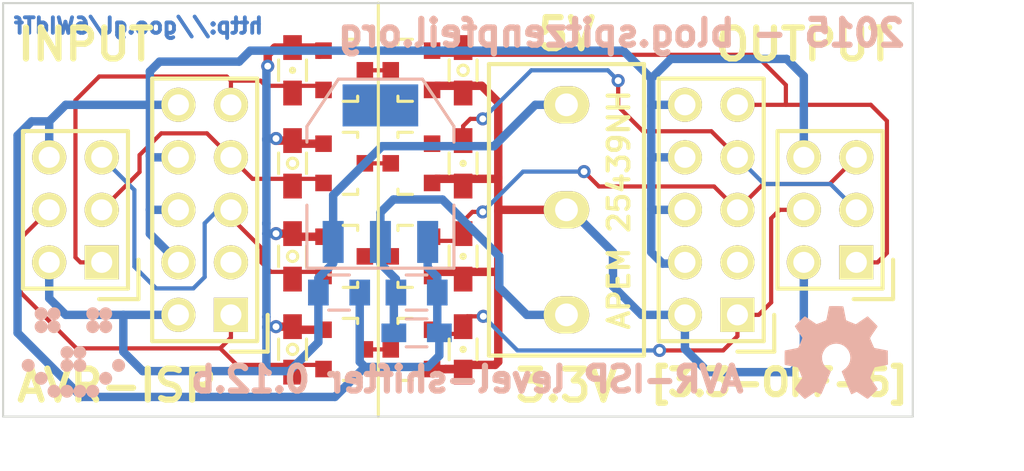
<source format=kicad_pcb>
(kicad_pcb (version 20171130) (host pcbnew "(5.1.12)-1")

  (general
    (thickness 1.6)
    (drawings 24)
    (tracks 291)
    (zones 0)
    (modules 27)
    (nets 17)
  )

  (page User 140.005 140.005)
  (title_block
    (title AVR-ISP_level-shifter)
    (date "Sun 10 May 2015")
    (rev 0.12.b)
    (company "2015 - blog.spitzenpfeil.org")
  )

  (layers
    (0 F.Cu signal)
    (31 B.Cu signal)
    (32 B.Adhes user)
    (33 F.Adhes user)
    (34 B.Paste user)
    (35 F.Paste user)
    (36 B.SilkS user)
    (37 F.SilkS user)
    (38 B.Mask user)
    (39 F.Mask user)
    (40 Dwgs.User user)
    (41 Cmts.User user)
    (42 Eco1.User user)
    (43 Eco2.User user)
    (44 Edge.Cuts user)
    (45 Margin user)
    (46 B.CrtYd user)
    (47 F.CrtYd user)
    (48 B.Fab user)
    (49 F.Fab user)
  )

  (setup
    (last_trace_width 0.2032)
    (user_trace_width 0.25)
    (user_trace_width 0.5)
    (user_trace_width 0.75)
    (user_trace_width 1)
    (trace_clearance 0.2032)
    (zone_clearance 0.508)
    (zone_45_only yes)
    (trace_min 0.2032)
    (via_size 0.635)
    (via_drill 0.3302)
    (via_min_size 0.635)
    (via_min_drill 0.3302)
    (uvia_size 0.508)
    (uvia_drill 0.127)
    (uvias_allowed no)
    (uvia_min_size 0.508)
    (uvia_min_drill 0.127)
    (edge_width 0.1)
    (segment_width 0.15)
    (pcb_text_width 0.3)
    (pcb_text_size 1.5 1.5)
    (mod_edge_width 0.1)
    (mod_text_size 1.5 1.5)
    (mod_text_width 0.15)
    (pad_size 3.6576 2.032)
    (pad_drill 0)
    (pad_to_mask_clearance 0)
    (aux_axis_origin 0 0)
    (visible_elements 7FFFFFFF)
    (pcbplotparams
      (layerselection 0x010f0_80000001)
      (usegerberextensions true)
      (usegerberattributes true)
      (usegerberadvancedattributes true)
      (creategerberjobfile true)
      (excludeedgelayer true)
      (linewidth 0.150000)
      (plotframeref false)
      (viasonmask false)
      (mode 1)
      (useauxorigin false)
      (hpglpennumber 1)
      (hpglpenspeed 20)
      (hpglpendiameter 15.000000)
      (psnegative false)
      (psa4output false)
      (plotreference true)
      (plotvalue true)
      (plotinvisibletext false)
      (padsonsilk false)
      (subtractmaskfromsilk true)
      (outputformat 1)
      (mirror false)
      (drillshape 0)
      (scaleselection 1)
      (outputdirectory "gerber_files/"))
  )

  (net 0 "")
  (net 1 /VCC_PRG)
  (net 2 /GND)
  (net 3 /VCC_REG)
  (net 4 /MISO_PRG)
  (net 5 /SCK_PRG)
  (net 6 /MOSI_PRG)
  (net 7 /RESET_PRG)
  (net 8 /MISO_TARGET)
  (net 9 /VCC_TARGET)
  (net 10 /SCK_TARGET)
  (net 11 /MOSI_TARGET)
  (net 12 /RESET_TARGET)
  (net 13 "Net-(Q1-Pad3)")
  (net 14 "Net-(Q3-Pad3)")
  (net 15 "Net-(Q5-Pad3)")
  (net 16 "Net-(Q7-Pad3)")

  (net_class Default "This is the default net class."
    (clearance 0.2032)
    (trace_width 0.2032)
    (via_dia 0.635)
    (via_drill 0.3302)
    (uvia_dia 0.508)
    (uvia_drill 0.127)
    (add_net /MISO_PRG)
    (add_net /MISO_TARGET)
    (add_net /MOSI_PRG)
    (add_net /MOSI_TARGET)
    (add_net /RESET_PRG)
    (add_net /RESET_TARGET)
    (add_net /SCK_PRG)
    (add_net /SCK_TARGET)
    (add_net "Net-(Q1-Pad3)")
    (add_net "Net-(Q3-Pad3)")
    (add_net "Net-(Q5-Pad3)")
    (add_net "Net-(Q7-Pad3)")
  )

  (net_class power ""
    (clearance 0.2032)
    (trace_width 0.4064)
    (via_dia 0.635)
    (via_drill 0.3302)
    (uvia_dia 0.508)
    (uvia_drill 0.127)
    (add_net /GND)
    (add_net /VCC_PRG)
    (add_net /VCC_REG)
    (add_net /VCC_TARGET)
  )

  (module Housings_SOT-23_SOT-143_TSOT-6:SOT-23 (layer F.Cu) (tedit 554F2079) (tstamp 5533A776)
    (at 63 47 270)
    (descr "SOT-23, Standard")
    (tags SOT-23)
    (path /55339C43)
    (attr smd)
    (fp_text reference Q3 (at 0 -2.25 270) (layer F.SilkS) hide
      (effects (font (size 1 1) (thickness 0.15)))
    )
    (fp_text value BSS138 (at 0 2.3 270) (layer F.Fab) hide
      (effects (font (size 1 1) (thickness 0.15)))
    )
    (fp_line (start 1.49982 -0.65024) (end 1.49982 0.0508) (layer F.SilkS) (width 0.15))
    (fp_line (start 1.29916 -0.65024) (end 1.49982 -0.65024) (layer F.SilkS) (width 0.15))
    (fp_line (start -1.49982 -0.65024) (end -1.2509 -0.65024) (layer F.SilkS) (width 0.15))
    (fp_line (start -1.49982 0.0508) (end -1.49982 -0.65024) (layer F.SilkS) (width 0.15))
    (fp_line (start 1.29916 -0.65024) (end 1.2509 -0.65024) (layer F.SilkS) (width 0.15))
    (fp_line (start -1.65 1.6) (end -1.65 -1.6) (layer F.CrtYd) (width 0.05))
    (fp_line (start 1.65 1.6) (end -1.65 1.6) (layer F.CrtYd) (width 0.05))
    (fp_line (start 1.65 -1.6) (end 1.65 1.6) (layer F.CrtYd) (width 0.05))
    (fp_line (start -1.65 -1.6) (end 1.65 -1.6) (layer F.CrtYd) (width 0.05))
    (pad 1 smd rect (at -0.95 1.00076 270) (size 0.8001 0.8001) (layers F.Cu F.Paste F.Mask)
      (net 1 /VCC_PRG))
    (pad 2 smd rect (at 0.95 1.00076 270) (size 0.8001 0.8001) (layers F.Cu F.Paste F.Mask)
      (net 5 /SCK_PRG))
    (pad 3 smd rect (at 0 -0.99822 270) (size 0.8001 0.8001) (layers F.Cu F.Paste F.Mask)
      (net 14 "Net-(Q3-Pad3)"))
    (model Housings_SOT-23_SOT-143_TSOT-6.3dshapes/SOT-23.wrl
      (at (xyz 0 0 0))
      (scale (xyz 1 1 1))
      (rotate (xyz 0 0 0))
    )
  )

  (module Housings_SOT-23_SOT-143_TSOT-6:SOT-23 (layer F.Cu) (tedit 554F1F72) (tstamp 5533A364)
    (at 63 42.5 270)
    (descr "SOT-23, Standard")
    (tags SOT-23)
    (path /55338E12)
    (attr smd)
    (fp_text reference Q1 (at 0 -2.25 270) (layer F.SilkS) hide
      (effects (font (size 1 1) (thickness 0.15)))
    )
    (fp_text value BSS138 (at 0 2.3 270) (layer F.Fab) hide
      (effects (font (size 1 1) (thickness 0.15)))
    )
    (fp_line (start 1.49982 -0.65024) (end 1.49982 0.0508) (layer F.SilkS) (width 0.15))
    (fp_line (start 1.29916 -0.65024) (end 1.49982 -0.65024) (layer F.SilkS) (width 0.15))
    (fp_line (start -1.49982 -0.65024) (end -1.2509 -0.65024) (layer F.SilkS) (width 0.15))
    (fp_line (start -1.49982 0.0508) (end -1.49982 -0.65024) (layer F.SilkS) (width 0.15))
    (fp_line (start 1.29916 -0.65024) (end 1.2509 -0.65024) (layer F.SilkS) (width 0.15))
    (fp_line (start -1.65 1.6) (end -1.65 -1.6) (layer F.CrtYd) (width 0.05))
    (fp_line (start 1.65 1.6) (end -1.65 1.6) (layer F.CrtYd) (width 0.05))
    (fp_line (start 1.65 -1.6) (end 1.65 1.6) (layer F.CrtYd) (width 0.05))
    (fp_line (start -1.65 -1.6) (end 1.65 -1.6) (layer F.CrtYd) (width 0.05))
    (pad 1 smd rect (at -0.95 1.00076 270) (size 0.8001 0.8001) (layers F.Cu F.Paste F.Mask)
      (net 1 /VCC_PRG))
    (pad 2 smd rect (at 0.95 1.00076 270) (size 0.8001 0.8001) (layers F.Cu F.Paste F.Mask)
      (net 4 /MISO_PRG))
    (pad 3 smd rect (at 0 -0.99822 270) (size 0.8001 0.8001) (layers F.Cu F.Paste F.Mask)
      (net 13 "Net-(Q1-Pad3)"))
    (model Housings_SOT-23_SOT-143_TSOT-6.3dshapes/SOT-23.wrl
      (at (xyz 0 0 0))
      (scale (xyz 1 1 1))
      (rotate (xyz 0 0 0))
    )
  )

  (module Capacitors_SMD:C_0805 (layer B.Cu) (tedit 554F1F3C) (tstamp 5533A6C9)
    (at 66.5 53.25)
    (descr "Capacitor SMD 0805, reflow soldering, AVX (see smccp.pdf)")
    (tags "capacitor 0805")
    (path /5534593E)
    (attr smd)
    (fp_text reference C2 (at 0 2.1) (layer B.SilkS) hide
      (effects (font (size 1 1) (thickness 0.15)) (justify mirror))
    )
    (fp_text value 1µF (at 0 -2.1) (layer B.Fab) hide
      (effects (font (size 1 1) (thickness 0.15)) (justify mirror))
    )
    (fp_line (start -0.5 -0.85) (end 0.5 -0.85) (layer B.SilkS) (width 0.15))
    (fp_line (start 0.5 0.85) (end -0.5 0.85) (layer B.SilkS) (width 0.15))
    (fp_line (start 1.8 1) (end 1.8 -1) (layer B.CrtYd) (width 0.05))
    (fp_line (start -1.8 1) (end -1.8 -1) (layer B.CrtYd) (width 0.05))
    (fp_line (start -1.8 -1) (end 1.8 -1) (layer B.CrtYd) (width 0.05))
    (fp_line (start -1.8 1) (end 1.8 1) (layer B.CrtYd) (width 0.05))
    (pad 1 smd rect (at -1 0) (size 1 1.25) (layers B.Cu B.Paste B.Mask)
      (net 3 /VCC_REG))
    (pad 2 smd rect (at 1 0) (size 1 1.25) (layers B.Cu B.Paste B.Mask)
      (net 2 /GND))
    (model Capacitors_SMD.3dshapes/C_0805.wrl
      (at (xyz 0 0 0))
      (scale (xyz 1 1 1))
      (rotate (xyz 0 0 0))
    )
  )

  (module Capacitors_SMD:C_0805 (layer B.Cu) (tedit 554F1F2F) (tstamp 5533A6C3)
    (at 62.75 53.25)
    (descr "Capacitor SMD 0805, reflow soldering, AVX (see smccp.pdf)")
    (tags "capacitor 0805")
    (path /55345800)
    (attr smd)
    (fp_text reference C1 (at 0 2.1) (layer B.SilkS) hide
      (effects (font (size 1 1) (thickness 0.15)) (justify mirror))
    )
    (fp_text value 1µF (at 0 -2.1) (layer B.Fab) hide
      (effects (font (size 1 1) (thickness 0.15)) (justify mirror))
    )
    (fp_line (start -0.5 -0.85) (end 0.5 -0.85) (layer B.SilkS) (width 0.15))
    (fp_line (start 0.5 0.85) (end -0.5 0.85) (layer B.SilkS) (width 0.15))
    (fp_line (start 1.8 1) (end 1.8 -1) (layer B.CrtYd) (width 0.05))
    (fp_line (start -1.8 1) (end -1.8 -1) (layer B.CrtYd) (width 0.05))
    (fp_line (start -1.8 -1) (end 1.8 -1) (layer B.CrtYd) (width 0.05))
    (fp_line (start -1.8 1) (end 1.8 1) (layer B.CrtYd) (width 0.05))
    (pad 1 smd rect (at -1 0) (size 1 1.25) (layers B.Cu B.Paste B.Mask)
      (net 1 /VCC_PRG))
    (pad 2 smd rect (at 1 0) (size 1 1.25) (layers B.Cu B.Paste B.Mask)
      (net 2 /GND))
    (model Capacitors_SMD.3dshapes/C_0805.wrl
      (at (xyz 0 0 0))
      (scale (xyz 1 1 1))
      (rotate (xyz 0 0 0))
    )
  )

  (module DIL-Headers:DIL-3 (layer F.Cu) (tedit 5533A91B) (tstamp 5533A34F)
    (at 86.5 49.25 270)
    (descr "Male 3x2 header with 2.54mm raster")
    (tags "CONN, header, male, 3x2, 2.54mm")
    (path /5533A526)
    (fp_text reference OUTPUT1 (at 0 -3.81 270) (layer F.SilkS) hide
      (effects (font (size 1 1) (thickness 0.2)))
    )
    (fp_text value AVR-ISP-6 (at 0 3.81 270) (layer F.SilkS) hide
      (effects (font (size 1 1) (thickness 0.2)))
    )
    (fp_line (start -3.81 2.54) (end -3.81 -2.54) (layer F.SilkS) (width 0.2))
    (fp_line (start 3.81 2.54) (end -3.81 2.54) (layer F.SilkS) (width 0.2))
    (fp_line (start 3.81 -2.54) (end 3.81 2.54) (layer F.SilkS) (width 0.2))
    (fp_line (start -3.81 -2.54) (end 3.81 -2.54) (layer F.SilkS) (width 0.2))
    (fp_line (start -3.937 -2.667) (end 3.937 -2.667) (layer F.CrtYd) (width 0.05))
    (fp_line (start -3.937 2.667) (end -3.937 -2.667) (layer F.CrtYd) (width 0.05))
    (fp_line (start 3.937 2.667) (end -3.937 2.667) (layer F.CrtYd) (width 0.05))
    (fp_line (start 3.937 -2.667) (end 3.937 2.667) (layer F.CrtYd) (width 0.05))
    (fp_line (start 2.413 -3.048) (end 4.318 -3.048) (layer F.SilkS) (width 0.2))
    (fp_line (start 4.318 -3.048) (end 4.318 -1.143) (layer F.SilkS) (width 0.2))
    (pad 1 thru_hole rect (at 2.54 -1.27 270) (size 1.651 1.651) (drill 1.016) (layers *.Cu *.Mask F.SilkS)
      (net 8 /MISO_TARGET))
    (pad 2 thru_hole circle (at 2.54 1.27 270) (size 1.651 1.651) (drill 1.016) (layers *.Cu *.Mask F.SilkS)
      (net 9 /VCC_TARGET))
    (pad 3 thru_hole circle (at 0 -1.27 270) (size 1.651 1.651) (drill 1.016) (layers *.Cu *.Mask F.SilkS)
      (net 10 /SCK_TARGET))
    (pad 4 thru_hole circle (at 0 1.27 270) (size 1.651 1.651) (drill 1.016) (layers *.Cu *.Mask F.SilkS)
      (net 11 /MOSI_TARGET))
    (pad 5 thru_hole circle (at -2.54 -1.27 270) (size 1.651 1.651) (drill 1.016) (layers *.Cu *.Mask F.SilkS)
      (net 12 /RESET_TARGET))
    (pad 6 thru_hole circle (at -2.54 1.27 270) (size 1.651 1.651) (drill 1.016) (layers *.Cu *.Mask F.SilkS)
      (net 2 /GND))
  )

  (module DIL-Headers:DIL-5 (layer F.Cu) (tedit 5533A92E) (tstamp 5533A345)
    (at 56.25 49.25 270)
    (descr "Male 5x2 header with 2.54mm raster")
    (tags "CONN, header, male, 5x2, 2.54mm")
    (path /5533A253)
    (fp_text reference INPUT2 (at 1.27 -3.81 270) (layer F.SilkS) hide
      (effects (font (size 1 1) (thickness 0.2)))
    )
    (fp_text value AVR-ISP-10 (at 1.27 3.81 270) (layer F.SilkS) hide
      (effects (font (size 1 1) (thickness 0.2)))
    )
    (fp_line (start -6.35 2.54) (end -6.35 -2.54) (layer F.SilkS) (width 0.2))
    (fp_line (start 6.35 2.54) (end -6.35 2.54) (layer F.SilkS) (width 0.2))
    (fp_line (start -6.35 -2.54) (end 6.35 -2.54) (layer F.SilkS) (width 0.2))
    (fp_line (start 6.35 -2.54) (end 6.35 2.54) (layer F.SilkS) (width 0.2))
    (fp_line (start 5.08 -3.048) (end 6.858 -3.048) (layer F.SilkS) (width 0.2))
    (fp_line (start 6.858 -3.048) (end 6.858 -1.27) (layer F.SilkS) (width 0.2))
    (fp_line (start -6.5024 -2.6924) (end -6.5024 2.6924) (layer F.CrtYd) (width 0.05))
    (fp_line (start -6.5024 2.6924) (end 6.5024 2.6924) (layer F.CrtYd) (width 0.05))
    (fp_line (start 6.5024 2.6924) (end 6.5024 -2.6924) (layer F.CrtYd) (width 0.05))
    (fp_line (start 6.5024 -2.6924) (end -6.5024 -2.6924) (layer F.CrtYd) (width 0.05))
    (pad 10 thru_hole circle (at -5.08 1.27 270) (size 1.651 1.651) (drill 1.016) (layers *.Cu *.Mask F.SilkS)
      (net 2 /GND))
    (pad 9 thru_hole circle (at -5.08 -1.27 270) (size 1.651 1.651) (drill 1.016) (layers *.Cu *.Mask F.SilkS)
      (net 4 /MISO_PRG))
    (pad 1 thru_hole rect (at 5.08 -1.27 270) (size 1.651 1.651) (drill 1.016) (layers *.Cu *.Mask F.SilkS)
      (net 6 /MOSI_PRG))
    (pad 2 thru_hole circle (at 5.08 1.27 270) (size 1.651 1.651) (drill 1.016) (layers *.Cu *.Mask F.SilkS)
      (net 1 /VCC_PRG))
    (pad 3 thru_hole circle (at 2.54 -1.27 270) (size 1.651 1.651) (drill 1.016) (layers *.Cu *.Mask F.SilkS))
    (pad 4 thru_hole circle (at 2.54 1.27 270) (size 1.651 1.651) (drill 1.016) (layers *.Cu *.Mask F.SilkS)
      (net 2 /GND))
    (pad 5 thru_hole circle (at 0 -1.27 270) (size 1.651 1.651) (drill 1.016) (layers *.Cu *.Mask F.SilkS)
      (net 7 /RESET_PRG))
    (pad 6 thru_hole circle (at 0 1.27 270) (size 1.651 1.651) (drill 1.016) (layers *.Cu *.Mask F.SilkS)
      (net 2 /GND))
    (pad 7 thru_hole circle (at -2.54 -1.27 270) (size 1.651 1.651) (drill 1.016) (layers *.Cu *.Mask F.SilkS)
      (net 5 /SCK_PRG))
    (pad 8 thru_hole circle (at -2.54 1.27 270) (size 1.651 1.651) (drill 1.016) (layers *.Cu *.Mask F.SilkS)
      (net 2 /GND))
  )

  (module DIL-Headers:DIL-5 (layer F.Cu) (tedit 5533A638) (tstamp 5533A35D)
    (at 80.75 49.25 270)
    (descr "Male 5x2 header with 2.54mm raster")
    (tags "CONN, header, male, 5x2, 2.54mm")
    (path /5533A52C)
    (fp_text reference OUTPUT2 (at 1.27 -3.81 270) (layer F.SilkS) hide
      (effects (font (size 1 1) (thickness 0.2)))
    )
    (fp_text value AVR-ISP-10 (at 1.27 3.81 270) (layer F.SilkS) hide
      (effects (font (size 1 1) (thickness 0.2)))
    )
    (fp_line (start -6.35 2.54) (end -6.35 -2.54) (layer F.SilkS) (width 0.2))
    (fp_line (start 6.35 2.54) (end -6.35 2.54) (layer F.SilkS) (width 0.2))
    (fp_line (start -6.35 -2.54) (end 6.35 -2.54) (layer F.SilkS) (width 0.2))
    (fp_line (start 6.35 -2.54) (end 6.35 2.54) (layer F.SilkS) (width 0.2))
    (fp_line (start 5.08 -3.048) (end 6.858 -3.048) (layer F.SilkS) (width 0.2))
    (fp_line (start 6.858 -3.048) (end 6.858 -1.27) (layer F.SilkS) (width 0.2))
    (fp_line (start -6.5024 -2.6924) (end -6.5024 2.6924) (layer F.CrtYd) (width 0.05))
    (fp_line (start -6.5024 2.6924) (end 6.5024 2.6924) (layer F.CrtYd) (width 0.05))
    (fp_line (start 6.5024 2.6924) (end 6.5024 -2.6924) (layer F.CrtYd) (width 0.05))
    (fp_line (start 6.5024 -2.6924) (end -6.5024 -2.6924) (layer F.CrtYd) (width 0.05))
    (pad 10 thru_hole circle (at -5.08 1.27 270) (size 1.651 1.651) (drill 1.016) (layers *.Cu *.Mask F.SilkS)
      (net 2 /GND))
    (pad 9 thru_hole circle (at -5.08 -1.27 270) (size 1.651 1.651) (drill 1.016) (layers *.Cu *.Mask F.SilkS)
      (net 8 /MISO_TARGET))
    (pad 1 thru_hole rect (at 5.08 -1.27 270) (size 1.651 1.651) (drill 1.016) (layers *.Cu *.Mask F.SilkS)
      (net 11 /MOSI_TARGET))
    (pad 2 thru_hole circle (at 5.08 1.27 270) (size 1.651 1.651) (drill 1.016) (layers *.Cu *.Mask F.SilkS)
      (net 9 /VCC_TARGET))
    (pad 3 thru_hole circle (at 2.54 -1.27 270) (size 1.651 1.651) (drill 1.016) (layers *.Cu *.Mask F.SilkS))
    (pad 4 thru_hole circle (at 2.54 1.27 270) (size 1.651 1.651) (drill 1.016) (layers *.Cu *.Mask F.SilkS)
      (net 2 /GND))
    (pad 5 thru_hole circle (at 0 -1.27 270) (size 1.651 1.651) (drill 1.016) (layers *.Cu *.Mask F.SilkS)
      (net 12 /RESET_TARGET))
    (pad 6 thru_hole circle (at 0 1.27 270) (size 1.651 1.651) (drill 1.016) (layers *.Cu *.Mask F.SilkS)
      (net 2 /GND))
    (pad 7 thru_hole circle (at -2.54 -1.27 270) (size 1.651 1.651) (drill 1.016) (layers *.Cu *.Mask F.SilkS)
      (net 10 /SCK_TARGET))
    (pad 8 thru_hole circle (at -2.54 1.27 270) (size 1.651 1.651) (drill 1.016) (layers *.Cu *.Mask F.SilkS)
      (net 2 /GND))
  )

  (module Switches:switch_vert_SPDT_ON-OFF-ON_TH_APEM-25439NH (layer F.Cu) (tedit 554F1B93) (tstamp 5533A3CC)
    (at 73.75 49.25 90)
    (tags "switch, TH, SPDT, ON-OFF-ON, APEM 25439NH")
    (path /5533AC97)
    (fp_text reference SW1 (at 0 -2.54 90) (layer F.SilkS) hide
      (effects (font (size 1 1) (thickness 0.2)))
    )
    (fp_text value "APEM 25439NH" (at 0 2.54 90) (layer F.SilkS)
      (effects (font (size 1 1) (thickness 0.2)))
    )
    (fp_line (start -7.05 -3.75) (end 7.05 -3.75) (layer F.SilkS) (width 0.2))
    (fp_line (start 7.05 -3.75) (end 7.05 3.75) (layer F.SilkS) (width 0.2))
    (fp_line (start 7.05 3.75) (end -7.05 3.75) (layer F.SilkS) (width 0.2))
    (fp_line (start -7.05 3.75) (end -7.05 -3.75) (layer F.SilkS) (width 0.2))
    (fp_line (start -7.1882 -3.8862) (end 7.1882 -3.8862) (layer F.CrtYd) (width 0.05))
    (fp_line (start 7.1882 -3.8862) (end 7.1882 3.8862) (layer F.CrtYd) (width 0.05))
    (fp_line (start 7.1882 3.8862) (end -7.1882 3.8862) (layer F.CrtYd) (width 0.05))
    (fp_line (start -7.1882 3.8862) (end -7.1882 -3.8862) (layer F.CrtYd) (width 0.05))
    (pad 1 thru_hole oval (at -5.08 0 90) (size 1.8 2.2) (drill 1.1) (layers *.Cu *.Mask F.SilkS)
      (net 3 /VCC_REG))
    (pad 2 thru_hole oval (at 0 0 90) (size 1.8 2.2) (drill 1.1) (layers *.Cu *.Mask F.SilkS)
      (net 9 /VCC_TARGET))
    (pad 3 thru_hole oval (at 5.08 0 90) (size 1.8 2.2) (drill 1.1) (layers *.Cu *.Mask F.SilkS)
      (net 1 /VCC_PRG))
  )

  (module DIL-Headers:DIL-3 (layer F.Cu) (tedit 5533A926) (tstamp 5533A337)
    (at 50 49.25 270)
    (descr "Male 3x2 header with 2.54mm raster")
    (tags "CONN, header, male, 3x2, 2.54mm")
    (path /5533A1E6)
    (fp_text reference INPUT1 (at 0 -3.81 270) (layer F.SilkS) hide
      (effects (font (size 1 1) (thickness 0.2)))
    )
    (fp_text value AVR-ISP-6 (at 0 3.81 270) (layer F.SilkS) hide
      (effects (font (size 1 1) (thickness 0.2)))
    )
    (fp_line (start -3.81 2.54) (end -3.81 -2.54) (layer F.SilkS) (width 0.2))
    (fp_line (start 3.81 2.54) (end -3.81 2.54) (layer F.SilkS) (width 0.2))
    (fp_line (start 3.81 -2.54) (end 3.81 2.54) (layer F.SilkS) (width 0.2))
    (fp_line (start -3.81 -2.54) (end 3.81 -2.54) (layer F.SilkS) (width 0.2))
    (fp_line (start -3.937 -2.667) (end 3.937 -2.667) (layer F.CrtYd) (width 0.05))
    (fp_line (start -3.937 2.667) (end -3.937 -2.667) (layer F.CrtYd) (width 0.05))
    (fp_line (start 3.937 2.667) (end -3.937 2.667) (layer F.CrtYd) (width 0.05))
    (fp_line (start 3.937 -2.667) (end 3.937 2.667) (layer F.CrtYd) (width 0.05))
    (fp_line (start 2.413 -3.048) (end 4.318 -3.048) (layer F.SilkS) (width 0.2))
    (fp_line (start 4.318 -3.048) (end 4.318 -1.143) (layer F.SilkS) (width 0.2))
    (pad 1 thru_hole rect (at 2.54 -1.27 270) (size 1.651 1.651) (drill 1.016) (layers *.Cu *.Mask F.SilkS)
      (net 4 /MISO_PRG))
    (pad 2 thru_hole circle (at 2.54 1.27 270) (size 1.651 1.651) (drill 1.016) (layers *.Cu *.Mask F.SilkS)
      (net 1 /VCC_PRG))
    (pad 3 thru_hole circle (at 0 -1.27 270) (size 1.651 1.651) (drill 1.016) (layers *.Cu *.Mask F.SilkS)
      (net 5 /SCK_PRG))
    (pad 4 thru_hole circle (at 0 1.27 270) (size 1.651 1.651) (drill 1.016) (layers *.Cu *.Mask F.SilkS)
      (net 6 /MOSI_PRG))
    (pad 5 thru_hole circle (at -2.54 -1.27 270) (size 1.651 1.651) (drill 1.016) (layers *.Cu *.Mask F.SilkS)
      (net 7 /RESET_PRG))
    (pad 6 thru_hole circle (at -2.54 1.27 270) (size 1.651 1.651) (drill 1.016) (layers *.Cu *.Mask F.SilkS)
      (net 2 /GND))
  )

  (module led-smile:LED_smile_silkscreen_5mm (layer B.Cu) (tedit 5533B727) (tstamp 5533B6F2)
    (at 49.9 56.15 180)
    (fp_text reference LOGO1 (at 0 -2.88036 180) (layer B.SilkS) hide
      (effects (font (size 0.127 0.127) (thickness 0.0127)) (justify mirror))
    )
    (fp_text value LED_smile_silkscreen_5mm (at 0 2.88036 180) (layer B.SilkS) hide
      (effects (font (size 0.0635 0.0635) (thickness 0.0127)) (justify mirror))
    )
    (fp_poly (pts (xy 0.9525 0.93726) (xy 1.01346 0.94488) (xy 1.07188 0.96774) (xy 1.12522 1.00076)
      (xy 1.17094 1.0414) (xy 1.20904 1.09474) (xy 1.23444 1.15316) (xy 1.23952 1.17348)
      (xy 1.2446 1.19126) (xy 1.2446 1.1938) (xy 1.24714 1.2065) (xy 1.24714 1.29286)
      (xy 1.2446 1.30048) (xy 1.23952 1.32334) (xy 1.22936 1.3589) (xy 1.20142 1.41478)
      (xy 1.16332 1.46304) (xy 1.11506 1.50368) (xy 1.05918 1.5367) (xy 0.99822 1.55448)
      (xy 0.97028 1.5621) (xy 0.9906 1.56464) (xy 0.99314 1.56718) (xy 1.04394 1.57988)
      (xy 1.0922 1.60274) (xy 1.11252 1.61544) (xy 1.143 1.64084) (xy 1.17348 1.67132)
      (xy 1.19634 1.7018) (xy 1.21412 1.72974) (xy 1.2319 1.76784) (xy 1.24206 1.80594)
      (xy 1.2446 1.82372) (xy 1.24968 1.83134) (xy 1.25222 1.82626) (xy 1.25476 1.80848)
      (xy 1.26746 1.76784) (xy 1.2954 1.70942) (xy 1.33604 1.65608) (xy 1.3843 1.61544)
      (xy 1.44272 1.58496) (xy 1.50622 1.56464) (xy 1.52908 1.5621) (xy 1.4986 1.55448)
      (xy 1.47066 1.54686) (xy 1.4097 1.52146) (xy 1.35636 1.48336) (xy 1.31064 1.4351)
      (xy 1.29794 1.41732) (xy 1.2827 1.38938) (xy 1.26746 1.35636) (xy 1.25984 1.3335)
      (xy 1.25476 1.3081) (xy 1.24968 1.2954) (xy 1.24714 1.29286) (xy 1.24714 1.2065)
      (xy 1.24968 1.20396) (xy 1.25476 1.18872) (xy 1.25984 1.16586) (xy 1.27762 1.12014)
      (xy 1.30302 1.07442) (xy 1.3208 1.05156) (xy 1.36652 1.0033) (xy 1.4224 0.97028)
      (xy 1.4859 0.94488) (xy 1.5113 0.9398) (xy 1.55702 0.93726) (xy 1.6002 0.9398)
      (xy 1.6383 0.94488) (xy 1.64338 0.94742) (xy 1.70434 0.97028) (xy 1.76022 1.00838)
      (xy 1.80594 1.0541) (xy 1.8415 1.10998) (xy 1.86436 1.17094) (xy 1.86944 1.20142)
      (xy 1.87452 1.2446) (xy 1.87198 1.28778) (xy 1.86436 1.32588) (xy 1.8542 1.3589)
      (xy 1.83134 1.40462) (xy 1.80594 1.44272) (xy 1.778 1.4732) (xy 1.7399 1.50368)
      (xy 1.69926 1.52908) (xy 1.68402 1.5367) (xy 1.65608 1.54686) (xy 1.6256 1.55448)
      (xy 1.60274 1.55956) (xy 1.60782 1.5621) (xy 1.62814 1.56718) (xy 1.6637 1.57988)
      (xy 1.70434 1.59512) (xy 1.73736 1.61544) (xy 1.74498 1.62052) (xy 1.78562 1.65608)
      (xy 1.82118 1.7018) (xy 1.84912 1.74752) (xy 1.85674 1.77038) (xy 1.87198 1.83388)
      (xy 1.87452 1.89738) (xy 1.86182 1.96088) (xy 1.85928 1.97358) (xy 1.83134 2.032)
      (xy 1.79324 2.0828) (xy 1.74498 2.12598) (xy 1.6891 2.159) (xy 1.62814 2.17932)
      (xy 1.61798 2.18186) (xy 1.57734 2.18694) (xy 1.52908 2.1844) (xy 1.48844 2.17932)
      (xy 1.48082 2.17678) (xy 1.41732 2.15138) (xy 1.36144 2.11582) (xy 1.31572 2.06756)
      (xy 1.28016 2.01168) (xy 1.27254 1.9939) (xy 1.26238 1.96596) (xy 1.25476 1.93802)
      (xy 1.25222 1.9177) (xy 1.25222 1.91516) (xy 1.24968 1.91262) (xy 1.24714 1.92024)
      (xy 1.24206 1.93802) (xy 1.2319 1.9812) (xy 1.20396 2.03708) (xy 1.16586 2.08534)
      (xy 1.12014 2.12598) (xy 1.06426 2.159) (xy 1.00584 2.17932) (xy 0.94488 2.18694)
      (xy 0.88138 2.18186) (xy 0.82296 2.16408) (xy 0.7874 2.14884) (xy 0.73406 2.11074)
      (xy 0.68834 2.06502) (xy 0.65532 2.01168) (xy 0.63246 1.95072) (xy 0.62992 1.93802)
      (xy 0.6223 1.88722) (xy 0.62484 1.83896) (xy 0.63754 1.78054) (xy 0.66548 1.71958)
      (xy 0.70104 1.66878) (xy 0.7493 1.62306) (xy 0.80518 1.59004) (xy 0.87122 1.56718)
      (xy 0.88392 1.56464) (xy 0.89408 1.55956) (xy 0.8763 1.55702) (xy 0.84074 1.54686)
      (xy 0.8001 1.52908) (xy 0.76454 1.50876) (xy 0.72898 1.48336) (xy 0.6858 1.4351)
      (xy 0.65278 1.37922) (xy 0.6477 1.36906) (xy 0.62992 1.3081) (xy 0.62484 1.2446)
      (xy 0.63246 1.17856) (xy 0.65278 1.12014) (xy 0.66548 1.08966) (xy 0.6858 1.06172)
      (xy 0.7112 1.03124) (xy 0.71374 1.03124) (xy 0.76454 0.98806) (xy 0.82042 0.95758)
      (xy 0.88392 0.9398) (xy 0.889 0.9398) (xy 0.9525 0.93726)) (layer B.SilkS) (width 0.00254))
    (fp_poly (pts (xy -0.9271 0.93726) (xy -0.86614 0.94488) (xy -0.80518 0.9652) (xy -0.77724 0.98044)
      (xy -0.7493 1.00076) (xy -0.71882 1.02616) (xy -0.6858 1.06172) (xy -0.65532 1.11252)
      (xy -0.63246 1.17348) (xy -0.62992 1.19126) (xy -0.62484 1.2319) (xy -0.62484 1.27762)
      (xy -0.62992 1.31572) (xy -0.6477 1.36652) (xy -0.67564 1.4224) (xy -0.71374 1.46812)
      (xy -0.71882 1.47574) (xy -0.7493 1.4986) (xy -0.78232 1.52146) (xy -0.81534 1.5367)
      (xy -0.8255 1.54178) (xy -0.8509 1.5494) (xy -0.8763 1.55702) (xy -0.89408 1.55956)
      (xy -0.90424 1.55956) (xy -0.89408 1.5621) (xy -0.87884 1.56718) (xy -0.85852 1.57226)
      (xy -0.83566 1.57734) (xy -0.78994 1.6002) (xy -0.74422 1.62814) (xy -0.70612 1.66116)
      (xy -0.70104 1.66878) (xy -0.66294 1.72212) (xy -0.63754 1.78308) (xy -0.62484 1.84404)
      (xy -0.62484 1.90754) (xy -0.62738 1.92278) (xy -0.64516 1.98628) (xy -0.6731 2.04216)
      (xy -0.71628 2.0955) (xy -0.75438 2.12852) (xy -0.80772 2.159) (xy -0.86868 2.17932)
      (xy -0.88138 2.18186) (xy -0.92456 2.18694) (xy -0.96774 2.1844) (xy -1.00838 2.17932)
      (xy -1.04394 2.16662) (xy -1.09982 2.13868) (xy -1.15062 2.10058) (xy -1.19126 2.05486)
      (xy -1.22428 1.99898) (xy -1.24206 1.94056) (xy -1.2446 1.93294) (xy -1.24714 1.9177)
      (xy -1.25222 1.91262) (xy -1.25222 1.9177) (xy -1.25476 1.93294) (xy -1.25984 1.95834)
      (xy -1.27 1.98628) (xy -1.28016 2.01168) (xy -1.29032 2.02946) (xy -1.32842 2.0828)
      (xy -1.37668 2.12598) (xy -1.43256 2.159) (xy -1.49352 2.17932) (xy -1.55956 2.18694)
      (xy -1.61036 2.18186) (xy -1.66878 2.16662) (xy -1.72466 2.14122) (xy -1.75768 2.11836)
      (xy -1.8034 2.07264) (xy -1.83642 2.0193) (xy -1.86182 1.96088) (xy -1.87452 1.89992)
      (xy -1.87198 1.83896) (xy -1.85928 1.78054) (xy -1.83388 1.71958) (xy -1.79578 1.66624)
      (xy -1.74752 1.62306) (xy -1.69164 1.59004) (xy -1.62814 1.56718) (xy -1.59258 1.55956)
      (xy -1.6129 1.55702) (xy -1.6256 1.55448) (xy -1.6764 1.53924) (xy -1.72466 1.51384)
      (xy -1.77038 1.48082) (xy -1.80594 1.44272) (xy -1.8288 1.4097) (xy -1.85166 1.36652)
      (xy -1.86436 1.32588) (xy -1.87198 1.29286) (xy -1.87452 1.25222) (xy -1.87198 1.21412)
      (xy -1.8669 1.1811) (xy -1.85674 1.143) (xy -1.82626 1.08458) (xy -1.78816 1.03124)
      (xy -1.73736 0.9906) (xy -1.67894 0.96012) (xy -1.61544 0.9398) (xy -1.59766 0.93726)
      (xy -1.55956 0.93726) (xy -1.51892 0.9398) (xy -1.48336 0.94488) (xy -1.45796 0.9525)
      (xy -1.39954 0.98298) (xy -1.34874 1.02108) (xy -1.30556 1.06934) (xy -1.27508 1.12522)
      (xy -1.25476 1.18618) (xy -1.25476 1.19126) (xy -1.24968 1.2065) (xy -1.24714 1.20396)
      (xy -1.24714 1.29032) (xy -1.24968 1.29286) (xy -1.25476 1.30556) (xy -1.25476 1.3081)
      (xy -1.26492 1.35128) (xy -1.28524 1.39446) (xy -1.31064 1.4351) (xy -1.32842 1.45796)
      (xy -1.37922 1.50368) (xy -1.4351 1.53416) (xy -1.4986 1.55448) (xy -1.52908 1.5621)
      (xy -1.50622 1.56464) (xy -1.48844 1.56972) (xy -1.46812 1.5748) (xy -1.45542 1.57988)
      (xy -1.39954 1.60782) (xy -1.34874 1.64592) (xy -1.30556 1.69418) (xy -1.27508 1.74752)
      (xy -1.25476 1.80848) (xy -1.25222 1.82372) (xy -1.24968 1.83134) (xy -1.24714 1.82626)
      (xy -1.24206 1.80594) (xy -1.2319 1.77292) (xy -1.21666 1.73482) (xy -1.19634 1.7018)
      (xy -1.1811 1.68148) (xy -1.15316 1.651) (xy -1.12268 1.62306) (xy -1.0922 1.60274)
      (xy -1.08966 1.6002) (xy -1.0414 1.57988) (xy -0.9906 1.56464) (xy -0.97028 1.5621)
      (xy -0.99314 1.55702) (xy -1.04902 1.54178) (xy -1.1049 1.5113) (xy -1.1557 1.4732)
      (xy -1.1938 1.42494) (xy -1.20396 1.4097) (xy -1.2192 1.37922) (xy -1.2319 1.34874)
      (xy -1.24206 1.31826) (xy -1.2446 1.29794) (xy -1.24714 1.29032) (xy -1.24714 1.20396)
      (xy -1.2446 1.19126) (xy -1.23952 1.17348) (xy -1.23444 1.15316) (xy -1.22174 1.12014)
      (xy -1.19126 1.0668) (xy -1.14808 1.02108) (xy -1.09982 0.98298) (xy -1.04648 0.95758)
      (xy -0.98806 0.9398) (xy -0.9271 0.93726)) (layer B.SilkS) (width 0.00254))
    (fp_poly (pts (xy 2.16408 -0.93472) (xy 2.21488 -0.93472) (xy 2.2606 -0.9271) (xy 2.29108 -0.91948)
      (xy 2.3495 -0.89154) (xy 2.4003 -0.85344) (xy 2.44094 -0.80518) (xy 2.47142 -0.7493)
      (xy 2.49174 -0.68834) (xy 2.49936 -0.62484) (xy 2.49682 -0.5969) (xy 2.48666 -0.5334)
      (xy 2.46126 -0.47244) (xy 2.42316 -0.41656) (xy 2.41046 -0.4064) (xy 2.36728 -0.3683)
      (xy 2.31394 -0.33782) (xy 2.2606 -0.32004) (xy 2.25806 -0.32004) (xy 2.21234 -0.31242)
      (xy 2.16154 -0.31242) (xy 2.11328 -0.32004) (xy 2.09804 -0.32512) (xy 2.03708 -0.34798)
      (xy 1.98628 -0.38354) (xy 1.9431 -0.42926) (xy 1.91008 -0.48006) (xy 1.88722 -0.53594)
      (xy 1.87452 -0.5969) (xy 1.87452 -0.6604) (xy 1.88976 -0.7239) (xy 1.91008 -0.76962)
      (xy 1.94564 -0.82296) (xy 1.9939 -0.86868) (xy 2.04724 -0.90424) (xy 2.1082 -0.9271)
      (xy 2.11582 -0.9271) (xy 2.16408 -0.93472)) (layer B.SilkS) (width 0.00254))
    (fp_poly (pts (xy 0.3048 -0.93472) (xy 0.36576 -0.93218) (xy 0.42672 -0.9144) (xy 0.45974 -0.89916)
      (xy 0.51308 -0.86106) (xy 0.5588 -0.81534) (xy 0.59182 -0.75946) (xy 0.61468 -0.6985)
      (xy 0.61722 -0.6858) (xy 0.62484 -0.635) (xy 0.6223 -0.58674) (xy 0.6096 -0.5334)
      (xy 0.5842 -0.47244) (xy 0.54864 -0.4191) (xy 0.50038 -0.37592) (xy 0.4445 -0.3429)
      (xy 0.381 -0.32004) (xy 0.3429 -0.30988) (xy 0.36322 -0.30734) (xy 0.3683 -0.30734)
      (xy 0.41402 -0.29464) (xy 0.45974 -0.27432) (xy 0.50292 -0.24638) (xy 0.51054 -0.23876)
      (xy 0.55626 -0.19304) (xy 0.58928 -0.14224) (xy 0.61214 -0.08382) (xy 0.6223 -0.02286)
      (xy 0.6223 0.0381) (xy 0.60706 0.09906) (xy 0.58166 0.15748) (xy 0.57912 0.16002)
      (xy 0.54102 0.21082) (xy 0.49276 0.254) (xy 0.43942 0.28448) (xy 0.38354 0.30226)
      (xy 0.32258 0.30988) (xy 0.26162 0.30734) (xy 0.2032 0.2921) (xy 0.14732 0.26416)
      (xy 0.09652 0.22606) (xy 0.06858 0.19558) (xy 0.0381 0.14986) (xy 0.01524 0.1016)
      (xy 0.00254 0.05588) (xy 0.00254 0.04318) (xy 0 0.0381) (xy 0 0.04318)
      (xy -0.00254 0.05588) (xy -0.01524 0.09652) (xy -0.03302 0.14224) (xy -0.05842 0.18288)
      (xy -0.0762 0.2032) (xy -0.12192 0.24892) (xy -0.1778 0.28194) (xy -0.23622 0.30226)
      (xy -0.29972 0.31242) (xy -0.36322 0.30734) (xy -0.40386 0.29718) (xy -0.46228 0.27178)
      (xy -0.51562 0.23622) (xy -0.5588 0.1905) (xy -0.59182 0.13462) (xy -0.61468 0.07366)
      (xy -0.61976 0.04318) (xy -0.6223 -0.02032) (xy -0.61214 -0.08382) (xy -0.58928 -0.14224)
      (xy -0.55372 -0.19304) (xy -0.51054 -0.23876) (xy -0.45466 -0.27686) (xy -0.42926 -0.28702)
      (xy -0.40132 -0.29718) (xy -0.37338 -0.3048) (xy -0.35306 -0.30988) (xy -0.35052 -0.30988)
      (xy -0.36576 -0.31496) (xy -0.39624 -0.32258) (xy -0.43688 -0.33782) (xy -0.47244 -0.3556)
      (xy -0.49276 -0.3683) (xy -0.53594 -0.4064) (xy -0.5715 -0.44958) (xy -0.59944 -0.49784)
      (xy -0.61468 -0.54864) (xy -0.6223 -0.60706) (xy -0.6223 -0.6604) (xy -0.61976 -0.67056)
      (xy -0.60452 -0.7366) (xy -0.57404 -0.79248) (xy -0.53086 -0.84328) (xy -0.4953 -0.8763)
      (xy -0.43942 -0.90932) (xy -0.37846 -0.92964) (xy -0.3556 -0.93218) (xy -0.32004 -0.93472)
      (xy -0.28448 -0.93218) (xy -0.25146 -0.92964) (xy -0.22606 -0.92456) (xy -0.20574 -0.91948)
      (xy -0.14478 -0.889) (xy -0.09398 -0.84836) (xy -0.0508 -0.79756) (xy -0.03556 -0.77216)
      (xy -0.01778 -0.72898) (xy -0.00508 -0.68834) (xy -0.00508 -0.6858) (xy 0 -0.67056)
      (xy 0 -0.66548) (xy 0 -0.58166) (xy -0.00254 -0.57404) (xy -0.00508 -0.5588)
      (xy -0.00508 -0.55372) (xy -0.0254 -0.49784) (xy -0.05334 -0.44704) (xy -0.09398 -0.39878)
      (xy -0.14224 -0.36068) (xy -0.19558 -0.33274) (xy -0.19812 -0.33274) (xy -0.22606 -0.32258)
      (xy -0.25146 -0.3175) (xy -0.2794 -0.30988) (xy -0.254 -0.3048) (xy -0.2159 -0.29718)
      (xy -0.16002 -0.27178) (xy -0.10922 -0.23622) (xy -0.06604 -0.19304) (xy -0.03302 -0.14224)
      (xy -0.02032 -0.1143) (xy -0.01016 -0.08128) (xy -0.00254 -0.05588) (xy -0.00254 -0.04318)
      (xy 0 -0.0381) (xy 0 -0.04318) (xy 0.00254 -0.05588) (xy 0.00762 -0.07874)
      (xy 0.02032 -0.11176) (xy 0.03302 -0.14224) (xy 0.0508 -0.17272) (xy 0.09144 -0.22098)
      (xy 0.1397 -0.26162) (xy 0.19558 -0.28956) (xy 0.254 -0.30734) (xy 0.28194 -0.30988)
      (xy 0.254 -0.3175) (xy 0.24892 -0.3175) (xy 0.22098 -0.32512) (xy 0.19558 -0.33274)
      (xy 0.1905 -0.33528) (xy 0.13716 -0.36322) (xy 0.09144 -0.40386) (xy 0.0508 -0.44958)
      (xy 0.02286 -0.50292) (xy 0.00508 -0.5588) (xy 0.00508 -0.56134) (xy 0.00254 -0.57658)
      (xy 0 -0.58166) (xy 0 -0.66548) (xy 0.00254 -0.6731) (xy 0.00508 -0.68834)
      (xy 0.01524 -0.72898) (xy 0.04318 -0.78486) (xy 0.08128 -0.83566) (xy 0.127 -0.8763)
      (xy 0.18288 -0.90932) (xy 0.2413 -0.9271) (xy 0.3048 -0.93472)) (layer B.SilkS) (width 0.00254))
    (fp_poly (pts (xy -2.20472 -0.93472) (xy -2.159 -0.93472) (xy -2.1209 -0.92964) (xy -2.07518 -0.91694)
      (xy -2.0193 -0.88646) (xy -1.96596 -0.84328) (xy -1.93294 -0.80518) (xy -1.90246 -0.75184)
      (xy -1.8796 -0.69088) (xy -1.87706 -0.66548) (xy -1.87452 -0.62992) (xy -1.87452 -0.59182)
      (xy -1.8796 -0.5588) (xy -1.88468 -0.54102) (xy -1.91008 -0.47752) (xy -1.94564 -0.42418)
      (xy -1.99136 -0.37846) (xy -2.04724 -0.3429) (xy -2.0701 -0.33274) (xy -2.11074 -0.32004)
      (xy -2.15138 -0.31496) (xy -2.1971 -0.31242) (xy -2.22758 -0.31496) (xy -2.2606 -0.32004)
      (xy -2.29108 -0.32766) (xy -2.32664 -0.3429) (xy -2.34696 -0.3556) (xy -2.39776 -0.3937)
      (xy -2.44094 -0.44196) (xy -2.47396 -0.49784) (xy -2.49428 -0.56134) (xy -2.49682 -0.57658)
      (xy -2.49936 -0.61468) (xy -2.49682 -0.65278) (xy -2.49428 -0.6858) (xy -2.4892 -0.70866)
      (xy -2.4638 -0.76962) (xy -2.42824 -0.82296) (xy -2.38252 -0.86868) (xy -2.32664 -0.9017)
      (xy -2.26314 -0.9271) (xy -2.24536 -0.92964) (xy -2.20472 -0.93472)) (layer B.SilkS) (width 0.00254))
    (fp_poly (pts (xy 1.56718 -1.5621) (xy 1.63322 -1.55448) (xy 1.69418 -1.53162) (xy 1.7526 -1.49606)
      (xy 1.7653 -1.4859) (xy 1.80848 -1.44018) (xy 1.8415 -1.38684) (xy 1.86436 -1.32588)
      (xy 1.87198 -1.29286) (xy 1.87452 -1.25222) (xy 1.87198 -1.21412) (xy 1.8669 -1.1811)
      (xy 1.86436 -1.16586) (xy 1.83896 -1.10236) (xy 1.8034 -1.04902) (xy 1.75768 -1.00584)
      (xy 1.70434 -0.97028) (xy 1.64338 -0.94742) (xy 1.57734 -0.93726) (xy 1.55448 -0.93726)
      (xy 1.49098 -0.94488) (xy 1.43256 -0.96266) (xy 1.37922 -0.99314) (xy 1.3335 -1.03378)
      (xy 1.29794 -1.08204) (xy 1.27 -1.13792) (xy 1.25222 -1.19888) (xy 1.24968 -1.26238)
      (xy 1.25222 -1.30048) (xy 1.25984 -1.33604) (xy 1.27508 -1.3716) (xy 1.30048 -1.41986)
      (xy 1.33858 -1.46812) (xy 1.38938 -1.50876) (xy 1.44272 -1.53924) (xy 1.50368 -1.55702)
      (xy 1.56718 -1.5621)) (layer B.SilkS) (width 0.00254))
    (fp_poly (pts (xy -1.58242 -1.5621) (xy -1.54432 -1.55956) (xy -1.50622 -1.55702) (xy -1.46558 -1.54686)
      (xy -1.40716 -1.52146) (xy -1.35382 -1.48336) (xy -1.31064 -1.43764) (xy -1.27762 -1.38176)
      (xy -1.2573 -1.32334) (xy -1.24968 -1.25984) (xy -1.25222 -1.19634) (xy -1.27 -1.13538)
      (xy -1.29794 -1.0795) (xy -1.33858 -1.03124) (xy -1.38684 -0.98806) (xy -1.40462 -0.9779)
      (xy -1.46304 -0.9525) (xy -1.52654 -0.93726) (xy -1.59004 -0.93726) (xy -1.65608 -0.94996)
      (xy -1.70688 -0.97282) (xy -1.76022 -1.00838) (xy -1.80594 -1.0541) (xy -1.8415 -1.10998)
      (xy -1.86436 -1.17094) (xy -1.87198 -1.20396) (xy -1.87452 -1.2446) (xy -1.87198 -1.28524)
      (xy -1.8669 -1.31826) (xy -1.86436 -1.33096) (xy -1.83896 -1.39192) (xy -1.8034 -1.4478)
      (xy -1.75514 -1.49352) (xy -1.69926 -1.52908) (xy -1.67132 -1.54178) (xy -1.63576 -1.55194)
      (xy -1.60274 -1.55956) (xy -1.58242 -1.5621)) (layer B.SilkS) (width 0.00254))
    (fp_poly (pts (xy 0.94234 -2.18694) (xy 1.00584 -2.17932) (xy 1.06426 -2.159) (xy 1.08966 -2.1463)
      (xy 1.143 -2.1082) (xy 1.18618 -2.06248) (xy 1.21666 -2.00914) (xy 1.23952 -1.95326)
      (xy 1.24968 -1.8923) (xy 1.24714 -1.83134) (xy 1.2319 -1.77038) (xy 1.20396 -1.70942)
      (xy 1.18618 -1.68656) (xy 1.15824 -1.65608) (xy 1.1303 -1.63068) (xy 1.1049 -1.61036)
      (xy 1.09474 -1.60528) (xy 1.0414 -1.57988) (xy 0.98552 -1.56464) (xy 0.92202 -1.5621)
      (xy 0.9017 -1.56464) (xy 0.86868 -1.56972) (xy 0.8382 -1.57734) (xy 0.80518 -1.59004)
      (xy 0.76962 -1.61036) (xy 0.71882 -1.651) (xy 0.67564 -1.7018) (xy 0.64516 -1.75768)
      (xy 0.63754 -1.78562) (xy 0.62738 -1.8161) (xy 0.62484 -1.83896) (xy 0.62484 -1.84404)
      (xy 0.6223 -1.83134) (xy 0.6223 -1.8288) (xy 0.61214 -1.78816) (xy 0.5969 -1.74752)
      (xy 0.57912 -1.71196) (xy 0.54356 -1.66624) (xy 0.4953 -1.62052) (xy 0.43942 -1.59004)
      (xy 0.37846 -1.56972) (xy 0.31242 -1.5621) (xy 0.29718 -1.5621) (xy 0.24638 -1.56718)
      (xy 0.20066 -1.58242) (xy 0.1905 -1.58496) (xy 0.13716 -1.61544) (xy 0.09144 -1.65354)
      (xy 0.0508 -1.7018) (xy 0.02286 -1.7526) (xy 0.00508 -1.80848) (xy 0.00508 -1.81102)
      (xy 0.00254 -1.82626) (xy 0 -1.83388) (xy -0.00254 -1.82372) (xy -0.00508 -1.80848)
      (xy -0.00762 -1.8034) (xy -0.0254 -1.74752) (xy -0.05588 -1.69672) (xy -0.09652 -1.64846)
      (xy -0.13208 -1.61798) (xy -0.18796 -1.5875) (xy -0.24638 -1.56718) (xy -0.31242 -1.5621)
      (xy -0.36068 -1.56464) (xy -0.42164 -1.58242) (xy -0.48006 -1.61036) (xy -0.52832 -1.64846)
      (xy -0.56896 -1.69926) (xy -0.57404 -1.70688) (xy -0.58928 -1.72974) (xy -0.59944 -1.75006)
      (xy -0.60452 -1.76276) (xy -0.61214 -1.7907) (xy -0.61976 -1.81864) (xy -0.6223 -1.83896)
      (xy -0.6223 -1.8415) (xy -0.62484 -1.84404) (xy -0.62738 -1.8288) (xy -0.63246 -1.79578)
      (xy -0.6477 -1.7526) (xy -0.66802 -1.7145) (xy -0.70358 -1.6637) (xy -0.75184 -1.62052)
      (xy -0.80772 -1.59004) (xy -0.86868 -1.56972) (xy -0.93472 -1.5621) (xy -0.99314 -1.56718)
      (xy -1.0541 -1.58496) (xy -1.10998 -1.6129) (xy -1.16078 -1.65608) (xy -1.18364 -1.68402)
      (xy -1.20904 -1.71958) (xy -1.22682 -1.75768) (xy -1.23698 -1.7907) (xy -1.24968 -1.8542)
      (xy -1.24714 -1.91516) (xy -1.2319 -1.97358) (xy -1.20904 -2.02692) (xy -1.17348 -2.07772)
      (xy -1.1303 -2.11836) (xy -1.08204 -2.15138) (xy -1.02362 -2.17424) (xy -0.96012 -2.1844)
      (xy -0.95504 -2.1844) (xy -0.89154 -2.1844) (xy -0.83058 -2.16916) (xy -0.7747 -2.14122)
      (xy -0.75438 -2.12852) (xy -0.7112 -2.09042) (xy -0.67564 -2.04724) (xy -0.65024 -1.99898)
      (xy -0.64262 -1.9812) (xy -0.635 -1.9558) (xy -0.62738 -1.92786) (xy -0.62484 -1.90754)
      (xy -0.62484 -1.89484) (xy -0.6223 -1.90754) (xy -0.6223 -1.9177) (xy -0.61468 -1.94564)
      (xy -0.60706 -1.97612) (xy -0.5969 -2.00152) (xy -0.58166 -2.032) (xy -0.54356 -2.0828)
      (xy -0.4953 -2.12598) (xy -0.43942 -2.159) (xy -0.37846 -2.17932) (xy -0.3683 -2.18186)
      (xy -0.32512 -2.18694) (xy -0.2794 -2.1844) (xy -0.23876 -2.17932) (xy -0.19812 -2.16408)
      (xy -0.1397 -2.13614) (xy -0.08636 -2.09296) (xy -0.08382 -2.08788) (xy -0.04826 -2.0447)
      (xy -0.02032 -1.99136) (xy -0.00508 -1.93802) (xy -0.00508 -1.93548) (xy 0 -1.92024)
      (xy 0 -1.91516) (xy 0 -1.92024) (xy 0.00254 -1.93294) (xy 0.00508 -1.93802)
      (xy 0.0127 -1.9685) (xy 0.02794 -2.00406) (xy 0.04572 -2.03962) (xy 0.07366 -2.07772)
      (xy 0.11938 -2.1209) (xy 0.17526 -2.15646) (xy 0.23622 -2.17678) (xy 0.24892 -2.17932)
      (xy 0.28956 -2.1844) (xy 0.33528 -2.1844) (xy 0.37592 -2.17932) (xy 0.41148 -2.16916)
      (xy 0.4699 -2.14376) (xy 0.5207 -2.10566) (xy 0.56388 -2.0574) (xy 0.5969 -2.00152)
      (xy 0.60452 -1.98374) (xy 0.61214 -1.9558) (xy 0.61976 -1.92786) (xy 0.6223 -1.90754)
      (xy 0.6223 -1.905) (xy 0.62484 -1.905) (xy 0.62484 -1.9177) (xy 0.62738 -1.9177)
      (xy 0.635 -1.95834) (xy 0.65024 -1.99898) (xy 0.66802 -2.03708) (xy 0.67818 -2.04978)
      (xy 0.71882 -2.09804) (xy 0.76708 -2.13614) (xy 0.82042 -2.16408) (xy 0.88138 -2.18186)
      (xy 0.94234 -2.18694)) (layer B.SilkS) (width 0.00254))
  )

  (module oshw-logo:OSHW-logo_silkscreen_5mm (layer B.Cu) (tedit 5533B71F) (tstamp 5533B717)
    (at 86.8 56.15 180)
    (fp_text reference LOGO2 (at 0 -2.65176 180) (layer B.SilkS) hide
      (effects (font (size 0.22606 0.22606) (thickness 0.04318)) (justify mirror))
    )
    (fp_text value OSHW-logo_silkscreen_5mm (at 0 2.65176 180) (layer B.SilkS) hide
      (effects (font (size 0.22606 0.22606) (thickness 0.04318)) (justify mirror))
    )
    (fp_poly (pts (xy -1.51384 -2.24536) (xy -1.48844 -2.23012) (xy -1.43002 -2.19456) (xy -1.3462 -2.13868)
      (xy -1.24714 -2.07264) (xy -1.14808 -2.0066) (xy -1.0668 -1.95326) (xy -1.01092 -1.91516)
      (xy -0.98552 -1.90246) (xy -0.97282 -1.90754) (xy -0.9271 -1.9304) (xy -0.85852 -1.96596)
      (xy -0.81788 -1.98628) (xy -0.75692 -2.01168) (xy -0.7239 -2.0193) (xy -0.71882 -2.00914)
      (xy -0.69596 -1.96088) (xy -0.6604 -1.8796) (xy -0.61468 -1.77038) (xy -0.5588 -1.64338)
      (xy -0.50292 -1.50876) (xy -0.4445 -1.36906) (xy -0.38862 -1.23444) (xy -0.34036 -1.11506)
      (xy -0.29972 -1.01854) (xy -0.27432 -0.94996) (xy -0.26416 -0.92202) (xy -0.2667 -0.9144)
      (xy -0.29972 -0.88392) (xy -0.35306 -0.84328) (xy -0.47244 -0.74676) (xy -0.58928 -0.60198)
      (xy -0.6604 -0.43688) (xy -0.68326 -0.25146) (xy -0.66294 -0.08128) (xy -0.5969 0.08128)
      (xy -0.4826 0.2286) (xy -0.3429 0.33782) (xy -0.18034 0.4064) (xy 0 0.42926)
      (xy 0.17272 0.40894) (xy 0.34036 0.3429) (xy 0.48768 0.23114) (xy 0.55118 0.16002)
      (xy 0.63754 0.01016) (xy 0.6858 -0.14732) (xy 0.69088 -0.18796) (xy 0.68326 -0.36322)
      (xy 0.63246 -0.5334) (xy 0.53848 -0.68326) (xy 0.40894 -0.80772) (xy 0.3937 -0.81788)
      (xy 0.33528 -0.8636) (xy 0.29464 -0.89408) (xy 0.26416 -0.91948) (xy 0.48768 -1.45796)
      (xy 0.52324 -1.54178) (xy 0.5842 -1.6891) (xy 0.63754 -1.8161) (xy 0.68072 -1.9177)
      (xy 0.7112 -1.98374) (xy 0.7239 -2.01168) (xy 0.7239 -2.01422) (xy 0.74422 -2.01676)
      (xy 0.78486 -2.00152) (xy 0.86106 -1.96596) (xy 0.90932 -1.94056) (xy 0.96774 -1.91262)
      (xy 0.99314 -1.90246) (xy 1.016 -1.91516) (xy 1.06934 -1.95072) (xy 1.15062 -2.00406)
      (xy 1.24714 -2.06756) (xy 1.33858 -2.13106) (xy 1.4224 -2.18694) (xy 1.48336 -2.22504)
      (xy 1.51384 -2.24282) (xy 1.51892 -2.24282) (xy 1.54432 -2.22758) (xy 1.59258 -2.18694)
      (xy 1.66624 -2.11836) (xy 1.77038 -2.01422) (xy 1.78562 -1.99898) (xy 1.87198 -1.91262)
      (xy 1.94056 -1.83896) (xy 1.98628 -1.78816) (xy 2.00406 -1.7653) (xy 1.98882 -1.73482)
      (xy 1.95072 -1.67386) (xy 1.89484 -1.5875) (xy 1.82626 -1.48844) (xy 1.64846 -1.22936)
      (xy 1.74498 -0.98552) (xy 1.77546 -0.90932) (xy 1.81356 -0.82042) (xy 1.8415 -0.75438)
      (xy 1.85674 -0.72644) (xy 1.88214 -0.71628) (xy 1.95072 -0.70104) (xy 2.04724 -0.68072)
      (xy 2.16154 -0.6604) (xy 2.2733 -0.64008) (xy 2.37236 -0.61976) (xy 2.44348 -0.60706)
      (xy 2.4765 -0.59944) (xy 2.48412 -0.59436) (xy 2.49174 -0.57912) (xy 2.49428 -0.5461)
      (xy 2.49682 -0.48514) (xy 2.49936 -0.39116) (xy 2.49936 -0.25146) (xy 2.49936 -0.23622)
      (xy 2.49682 -0.10668) (xy 2.49428 0) (xy 2.49174 0.06604) (xy 2.48666 0.09398)
      (xy 2.45618 0.1016) (xy 2.38506 0.11684) (xy 2.286 0.13462) (xy 2.16662 0.15748)
      (xy 2.159 0.16002) (xy 2.04216 0.18288) (xy 1.9431 0.2032) (xy 1.87198 0.21844)
      (xy 1.84404 0.2286) (xy 1.83642 0.23622) (xy 1.81356 0.28194) (xy 1.78054 0.3556)
      (xy 1.7399 0.4445) (xy 1.7018 0.53848) (xy 1.66878 0.6223) (xy 1.64592 0.68326)
      (xy 1.6383 0.7112) (xy 1.64084 0.71374) (xy 1.65862 0.74168) (xy 1.69926 0.80264)
      (xy 1.75514 0.88646) (xy 1.82372 0.98806) (xy 1.8288 0.99568) (xy 1.89738 1.09474)
      (xy 1.95326 1.1811) (xy 1.98882 1.23952) (xy 2.00406 1.26746) (xy 2.00406 1.27)
      (xy 1.9812 1.30048) (xy 1.9304 1.35636) (xy 1.85674 1.43256) (xy 1.77038 1.52146)
      (xy 1.74244 1.54686) (xy 1.64338 1.64338) (xy 1.57734 1.70434) (xy 1.53416 1.73736)
      (xy 1.51384 1.74498) (xy 1.48336 1.7272) (xy 1.41986 1.68656) (xy 1.33604 1.62814)
      (xy 1.23444 1.55956) (xy 1.22682 1.55448) (xy 1.12776 1.4859) (xy 1.04394 1.43002)
      (xy 0.98552 1.38938) (xy 0.95758 1.37414) (xy 0.95504 1.37414) (xy 0.9144 1.38684)
      (xy 0.84328 1.41224) (xy 0.75438 1.44526) (xy 0.66294 1.48336) (xy 0.57912 1.51892)
      (xy 0.51562 1.54686) (xy 0.48514 1.56464) (xy 0.47498 1.6002) (xy 0.4572 1.6764)
      (xy 0.43688 1.778) (xy 0.41148 1.89992) (xy 0.40894 1.92024) (xy 0.38608 2.03962)
      (xy 0.3683 2.13868) (xy 0.35306 2.20726) (xy 0.34544 2.2352) (xy 0.3302 2.23774)
      (xy 0.27178 2.24282) (xy 0.18288 2.24536) (xy 0.07366 2.24536) (xy -0.0381 2.24536)
      (xy -0.14732 2.24282) (xy -0.2413 2.24028) (xy -0.30988 2.2352) (xy -0.33782 2.23012)
      (xy -0.33782 2.22758) (xy -0.34798 2.18948) (xy -0.36576 2.11582) (xy -0.38608 2.01168)
      (xy -0.40894 1.88976) (xy -0.41402 1.8669) (xy -0.43688 1.75006) (xy -0.4572 1.651)
      (xy -0.4699 1.58496) (xy -0.47752 1.55702) (xy -0.49022 1.55194) (xy -0.53848 1.53162)
      (xy -0.61722 1.4986) (xy -0.71628 1.45796) (xy -0.94488 1.36652) (xy -1.22682 1.55702)
      (xy -1.25222 1.5748) (xy -1.35382 1.64338) (xy -1.4351 1.69926) (xy -1.49352 1.73736)
      (xy -1.51638 1.75006) (xy -1.51892 1.75006) (xy -1.54686 1.72466) (xy -1.60274 1.67132)
      (xy -1.67894 1.59766) (xy -1.76784 1.5113) (xy -1.83134 1.44526) (xy -1.91008 1.36652)
      (xy -1.95834 1.31318) (xy -1.98628 1.28016) (xy -1.9939 1.25984) (xy -1.99136 1.2446)
      (xy -1.97358 1.21666) (xy -1.93294 1.1557) (xy -1.87452 1.06934) (xy -1.80594 0.97028)
      (xy -1.75006 0.88646) (xy -1.6891 0.79248) (xy -1.651 0.72644) (xy -1.63576 0.69342)
      (xy -1.64084 0.68072) (xy -1.65862 0.62484) (xy -1.69418 0.54102) (xy -1.73482 0.44196)
      (xy -1.83388 0.22098) (xy -1.97866 0.19304) (xy -2.06756 0.17526) (xy -2.18948 0.1524)
      (xy -2.30886 0.12954) (xy -2.49174 0.09398) (xy -2.49936 -0.58166) (xy -2.47142 -0.59436)
      (xy -2.44348 -0.60198) (xy -2.3749 -0.61722) (xy -2.27838 -0.63754) (xy -2.16154 -0.65786)
      (xy -2.06502 -0.67564) (xy -1.96596 -0.69596) (xy -1.89484 -0.70866) (xy -1.86436 -0.71628)
      (xy -1.8542 -0.72644) (xy -1.83134 -0.7747) (xy -1.79578 -0.8509) (xy -1.75514 -0.94234)
      (xy -1.71704 -1.03632) (xy -1.68148 -1.12522) (xy -1.65862 -1.19126) (xy -1.64846 -1.22428)
      (xy -1.66116 -1.25222) (xy -1.69926 -1.31064) (xy -1.7526 -1.39192) (xy -1.82118 -1.49098)
      (xy -1.88722 -1.5875) (xy -1.94564 -1.67132) (xy -1.98374 -1.73228) (xy -2.00152 -1.76022)
      (xy -1.99136 -1.778) (xy -1.95326 -1.82626) (xy -1.8796 -1.90246) (xy -1.76784 -2.01168)
      (xy -1.75006 -2.02946) (xy -1.6637 -2.11328) (xy -1.59004 -2.18186) (xy -1.5367 -2.22758)
      (xy -1.51384 -2.24536)) (layer B.SilkS) (width 0.00254))
  )

  (module SMD_Packages:SOT-223 (layer B.Cu) (tedit 554F2140) (tstamp 5533A3D4)
    (at 64.75 47.5 180)
    (descr "module CMS SOT223 4 pins")
    (tags "CMS SOT")
    (path /553380E5)
    (attr smd)
    (fp_text reference U1 (at 0 0.762 180) (layer B.SilkS) hide
      (effects (font (size 1 1) (thickness 0.15)) (justify mirror))
    )
    (fp_text value AMS1117-3.3 (at 0 -0.762 180) (layer B.Fab) hide
      (effects (font (size 1 1) (thickness 0.15)) (justify mirror))
    )
    (fp_line (start 3.556 2.286) (end 3.556 1.524) (layer B.SilkS) (width 0.15))
    (fp_line (start 2.032 4.572) (end 3.556 2.286) (layer B.SilkS) (width 0.15))
    (fp_line (start -2.032 4.572) (end 2.032 4.572) (layer B.SilkS) (width 0.15))
    (fp_line (start -3.556 2.286) (end -2.032 4.572) (layer B.SilkS) (width 0.15))
    (fp_line (start -3.556 1.524) (end -3.556 2.286) (layer B.SilkS) (width 0.15))
    (fp_line (start 3.556 -4.572) (end 3.556 -1.524) (layer B.SilkS) (width 0.15))
    (fp_line (start -3.556 -4.572) (end 3.556 -4.572) (layer B.SilkS) (width 0.15))
    (fp_line (start -3.556 -1.524) (end -3.556 -4.572) (layer B.SilkS) (width 0.15))
    (pad 4 smd rect (at 0 3.302 180) (size 3.6576 2.032) (layers B.Cu B.Paste B.Mask))
    (pad 2 smd rect (at 0 -3.302 180) (size 1.016 2.032) (layers B.Cu B.Paste B.Mask)
      (net 3 /VCC_REG))
    (pad 3 smd rect (at 2.286 -3.302 180) (size 1.016 2.032) (layers B.Cu B.Paste B.Mask)
      (net 1 /VCC_PRG))
    (pad 1 smd rect (at -2.286 -3.302 180) (size 1.016 2.032) (layers B.Cu B.Paste B.Mask)
      (net 2 /GND))
    (model SMD_Packages.3dshapes/SOT-223.wrl
      (at (xyz 0 0 0))
      (scale (xyz 0.4 0.4 0.4))
      (rotate (xyz 0 0 0))
    )
  )

  (module Housings_SOT-23_SOT-143_TSOT-6:SOT-23 (layer F.Cu) (tedit 554F1D57) (tstamp 5533A36B)
    (at 66.2482 42.5 90)
    (descr "SOT-23, Standard")
    (tags SOT-23)
    (path /55339657)
    (attr smd)
    (fp_text reference Q2 (at 0 -2.25 90) (layer F.SilkS) hide
      (effects (font (size 1 1) (thickness 0.15)))
    )
    (fp_text value BSS138 (at 0 2.3 90) (layer F.Fab) hide
      (effects (font (size 1 1) (thickness 0.15)))
    )
    (fp_line (start 1.49982 -0.65024) (end 1.49982 0.0508) (layer F.SilkS) (width 0.15))
    (fp_line (start 1.29916 -0.65024) (end 1.49982 -0.65024) (layer F.SilkS) (width 0.15))
    (fp_line (start -1.49982 -0.65024) (end -1.2509 -0.65024) (layer F.SilkS) (width 0.15))
    (fp_line (start -1.49982 0.0508) (end -1.49982 -0.65024) (layer F.SilkS) (width 0.15))
    (fp_line (start 1.29916 -0.65024) (end 1.2509 -0.65024) (layer F.SilkS) (width 0.15))
    (fp_line (start -1.65 1.6) (end -1.65 -1.6) (layer F.CrtYd) (width 0.05))
    (fp_line (start 1.65 1.6) (end -1.65 1.6) (layer F.CrtYd) (width 0.05))
    (fp_line (start 1.65 -1.6) (end 1.65 1.6) (layer F.CrtYd) (width 0.05))
    (fp_line (start -1.65 -1.6) (end 1.65 -1.6) (layer F.CrtYd) (width 0.05))
    (pad 1 smd rect (at -0.95 1.00076 90) (size 0.8001 0.8001) (layers F.Cu F.Paste F.Mask)
      (net 9 /VCC_TARGET))
    (pad 2 smd rect (at 0.95 1.00076 90) (size 0.8001 0.8001) (layers F.Cu F.Paste F.Mask)
      (net 8 /MISO_TARGET))
    (pad 3 smd rect (at 0 -0.99822 90) (size 0.8001 0.8001) (layers F.Cu F.Paste F.Mask)
      (net 13 "Net-(Q1-Pad3)"))
    (model Housings_SOT-23_SOT-143_TSOT-6.3dshapes/SOT-23.wrl
      (at (xyz 0 0 0))
      (scale (xyz 1 1 1))
      (rotate (xyz 0 0 0))
    )
  )

  (module Housings_SOT-23_SOT-143_TSOT-6:SOT-23 (layer F.Cu) (tedit 554F1D49) (tstamp 5533A7F7)
    (at 66.2482 51.5 90)
    (descr "SOT-23, Standard")
    (tags SOT-23)
    (path /55339F93)
    (attr smd)
    (fp_text reference Q6 (at 0 -2.25 90) (layer F.SilkS) hide
      (effects (font (size 1 1) (thickness 0.15)))
    )
    (fp_text value BSS138 (at 0 2.3 90) (layer F.Fab) hide
      (effects (font (size 1 1) (thickness 0.15)))
    )
    (fp_line (start 1.49982 -0.65024) (end 1.49982 0.0508) (layer F.SilkS) (width 0.15))
    (fp_line (start 1.29916 -0.65024) (end 1.49982 -0.65024) (layer F.SilkS) (width 0.15))
    (fp_line (start -1.49982 -0.65024) (end -1.2509 -0.65024) (layer F.SilkS) (width 0.15))
    (fp_line (start -1.49982 0.0508) (end -1.49982 -0.65024) (layer F.SilkS) (width 0.15))
    (fp_line (start 1.29916 -0.65024) (end 1.2509 -0.65024) (layer F.SilkS) (width 0.15))
    (fp_line (start -1.65 1.6) (end -1.65 -1.6) (layer F.CrtYd) (width 0.05))
    (fp_line (start 1.65 1.6) (end -1.65 1.6) (layer F.CrtYd) (width 0.05))
    (fp_line (start 1.65 -1.6) (end 1.65 1.6) (layer F.CrtYd) (width 0.05))
    (fp_line (start -1.65 -1.6) (end 1.65 -1.6) (layer F.CrtYd) (width 0.05))
    (pad 1 smd rect (at -0.95 1.00076 90) (size 0.8001 0.8001) (layers F.Cu F.Paste F.Mask)
      (net 9 /VCC_TARGET))
    (pad 2 smd rect (at 0.95 1.00076 90) (size 0.8001 0.8001) (layers F.Cu F.Paste F.Mask)
      (net 12 /RESET_TARGET))
    (pad 3 smd rect (at 0 -0.99822 90) (size 0.8001 0.8001) (layers F.Cu F.Paste F.Mask)
      (net 15 "Net-(Q5-Pad3)"))
    (model Housings_SOT-23_SOT-143_TSOT-6.3dshapes/SOT-23.wrl
      (at (xyz 0 0 0))
      (scale (xyz 1 1 1))
      (rotate (xyz 0 0 0))
    )
  )

  (module Housings_SOT-23_SOT-143_TSOT-6:SOT-23 (layer F.Cu) (tedit 554F1D3F) (tstamp 5533A7D6)
    (at 66.2482 56 90)
    (descr "SOT-23, Standard")
    (tags SOT-23)
    (path /55339C0F)
    (attr smd)
    (fp_text reference Q8 (at 0 -2.25 90) (layer F.SilkS) hide
      (effects (font (size 1 1) (thickness 0.15)))
    )
    (fp_text value BSS138 (at 0 2.3 90) (layer F.Fab) hide
      (effects (font (size 1 1) (thickness 0.15)))
    )
    (fp_line (start 1.49982 -0.65024) (end 1.49982 0.0508) (layer F.SilkS) (width 0.15))
    (fp_line (start 1.29916 -0.65024) (end 1.49982 -0.65024) (layer F.SilkS) (width 0.15))
    (fp_line (start -1.49982 -0.65024) (end -1.2509 -0.65024) (layer F.SilkS) (width 0.15))
    (fp_line (start -1.49982 0.0508) (end -1.49982 -0.65024) (layer F.SilkS) (width 0.15))
    (fp_line (start 1.29916 -0.65024) (end 1.2509 -0.65024) (layer F.SilkS) (width 0.15))
    (fp_line (start -1.65 1.6) (end -1.65 -1.6) (layer F.CrtYd) (width 0.05))
    (fp_line (start 1.65 1.6) (end -1.65 1.6) (layer F.CrtYd) (width 0.05))
    (fp_line (start 1.65 -1.6) (end 1.65 1.6) (layer F.CrtYd) (width 0.05))
    (fp_line (start -1.65 -1.6) (end 1.65 -1.6) (layer F.CrtYd) (width 0.05))
    (pad 1 smd rect (at -0.95 1.00076 90) (size 0.8001 0.8001) (layers F.Cu F.Paste F.Mask)
      (net 9 /VCC_TARGET))
    (pad 2 smd rect (at 0.95 1.00076 90) (size 0.8001 0.8001) (layers F.Cu F.Paste F.Mask)
      (net 11 /MOSI_TARGET))
    (pad 3 smd rect (at 0 -0.99822 90) (size 0.8001 0.8001) (layers F.Cu F.Paste F.Mask)
      (net 16 "Net-(Q7-Pad3)"))
    (model Housings_SOT-23_SOT-143_TSOT-6.3dshapes/SOT-23.wrl
      (at (xyz 0 0 0))
      (scale (xyz 1 1 1))
      (rotate (xyz 0 0 0))
    )
  )

  (module Housings_SOT-23_SOT-143_TSOT-6:SOT-23 (layer F.Cu) (tedit 554F1D46) (tstamp 5533A7CB)
    (at 63 51.5 270)
    (descr "SOT-23, Standard")
    (tags SOT-23)
    (path /55339F8D)
    (attr smd)
    (fp_text reference Q5 (at 0 -2.25 270) (layer F.SilkS) hide
      (effects (font (size 1 1) (thickness 0.15)))
    )
    (fp_text value BSS138 (at 0 2.3 270) (layer F.Fab) hide
      (effects (font (size 1 1) (thickness 0.15)))
    )
    (fp_line (start 1.49982 -0.65024) (end 1.49982 0.0508) (layer F.SilkS) (width 0.15))
    (fp_line (start 1.29916 -0.65024) (end 1.49982 -0.65024) (layer F.SilkS) (width 0.15))
    (fp_line (start -1.49982 -0.65024) (end -1.2509 -0.65024) (layer F.SilkS) (width 0.15))
    (fp_line (start -1.49982 0.0508) (end -1.49982 -0.65024) (layer F.SilkS) (width 0.15))
    (fp_line (start 1.29916 -0.65024) (end 1.2509 -0.65024) (layer F.SilkS) (width 0.15))
    (fp_line (start -1.65 1.6) (end -1.65 -1.6) (layer F.CrtYd) (width 0.05))
    (fp_line (start 1.65 1.6) (end -1.65 1.6) (layer F.CrtYd) (width 0.05))
    (fp_line (start 1.65 -1.6) (end 1.65 1.6) (layer F.CrtYd) (width 0.05))
    (fp_line (start -1.65 -1.6) (end 1.65 -1.6) (layer F.CrtYd) (width 0.05))
    (pad 1 smd rect (at -0.95 1.00076 270) (size 0.8001 0.8001) (layers F.Cu F.Paste F.Mask)
      (net 1 /VCC_PRG))
    (pad 2 smd rect (at 0.95 1.00076 270) (size 0.8001 0.8001) (layers F.Cu F.Paste F.Mask)
      (net 7 /RESET_PRG))
    (pad 3 smd rect (at 0 -0.99822 270) (size 0.8001 0.8001) (layers F.Cu F.Paste F.Mask)
      (net 15 "Net-(Q5-Pad3)"))
    (model Housings_SOT-23_SOT-143_TSOT-6.3dshapes/SOT-23.wrl
      (at (xyz 0 0 0))
      (scale (xyz 1 1 1))
      (rotate (xyz 0 0 0))
    )
  )

  (module Housings_SOT-23_SOT-143_TSOT-6:SOT-23 (layer F.Cu) (tedit 554F1D42) (tstamp 5533A7C0)
    (at 63 56 270)
    (descr "SOT-23, Standard")
    (tags SOT-23)
    (path /55339C09)
    (attr smd)
    (fp_text reference Q7 (at 0 -2.25 270) (layer F.SilkS) hide
      (effects (font (size 1 1) (thickness 0.15)))
    )
    (fp_text value BSS138 (at 0 2.3 270) (layer F.Fab) hide
      (effects (font (size 1 1) (thickness 0.15)))
    )
    (fp_line (start 1.49982 -0.65024) (end 1.49982 0.0508) (layer F.SilkS) (width 0.15))
    (fp_line (start 1.29916 -0.65024) (end 1.49982 -0.65024) (layer F.SilkS) (width 0.15))
    (fp_line (start -1.49982 -0.65024) (end -1.2509 -0.65024) (layer F.SilkS) (width 0.15))
    (fp_line (start -1.49982 0.0508) (end -1.49982 -0.65024) (layer F.SilkS) (width 0.15))
    (fp_line (start 1.29916 -0.65024) (end 1.2509 -0.65024) (layer F.SilkS) (width 0.15))
    (fp_line (start -1.65 1.6) (end -1.65 -1.6) (layer F.CrtYd) (width 0.05))
    (fp_line (start 1.65 1.6) (end -1.65 1.6) (layer F.CrtYd) (width 0.05))
    (fp_line (start 1.65 -1.6) (end 1.65 1.6) (layer F.CrtYd) (width 0.05))
    (fp_line (start -1.65 -1.6) (end 1.65 -1.6) (layer F.CrtYd) (width 0.05))
    (pad 1 smd rect (at -0.95 1.00076 270) (size 0.8001 0.8001) (layers F.Cu F.Paste F.Mask)
      (net 1 /VCC_PRG))
    (pad 2 smd rect (at 0.95 1.00076 270) (size 0.8001 0.8001) (layers F.Cu F.Paste F.Mask)
      (net 6 /MOSI_PRG))
    (pad 3 smd rect (at 0 -0.99822 270) (size 0.8001 0.8001) (layers F.Cu F.Paste F.Mask)
      (net 16 "Net-(Q7-Pad3)"))
    (model Housings_SOT-23_SOT-143_TSOT-6.3dshapes/SOT-23.wrl
      (at (xyz 0 0 0))
      (scale (xyz 1 1 1))
      (rotate (xyz 0 0 0))
    )
  )

  (module Housings_SOT-23_SOT-143_TSOT-6:SOT-23 (layer F.Cu) (tedit 554F1D51) (tstamp 5533A78C)
    (at 66.2482 47 90)
    (descr "SOT-23, Standard")
    (tags SOT-23)
    (path /55339C49)
    (attr smd)
    (fp_text reference Q4 (at 0 -2.25 90) (layer F.SilkS) hide
      (effects (font (size 1 1) (thickness 0.15)))
    )
    (fp_text value BSS138 (at 0 2.3 90) (layer F.Fab) hide
      (effects (font (size 1 1) (thickness 0.15)))
    )
    (fp_line (start 1.49982 -0.65024) (end 1.49982 0.0508) (layer F.SilkS) (width 0.15))
    (fp_line (start 1.29916 -0.65024) (end 1.49982 -0.65024) (layer F.SilkS) (width 0.15))
    (fp_line (start -1.49982 -0.65024) (end -1.2509 -0.65024) (layer F.SilkS) (width 0.15))
    (fp_line (start -1.49982 0.0508) (end -1.49982 -0.65024) (layer F.SilkS) (width 0.15))
    (fp_line (start 1.29916 -0.65024) (end 1.2509 -0.65024) (layer F.SilkS) (width 0.15))
    (fp_line (start -1.65 1.6) (end -1.65 -1.6) (layer F.CrtYd) (width 0.05))
    (fp_line (start 1.65 1.6) (end -1.65 1.6) (layer F.CrtYd) (width 0.05))
    (fp_line (start 1.65 -1.6) (end 1.65 1.6) (layer F.CrtYd) (width 0.05))
    (fp_line (start -1.65 -1.6) (end 1.65 -1.6) (layer F.CrtYd) (width 0.05))
    (pad 1 smd rect (at -0.95 1.00076 90) (size 0.8001 0.8001) (layers F.Cu F.Paste F.Mask)
      (net 9 /VCC_TARGET))
    (pad 2 smd rect (at 0.95 1.00076 90) (size 0.8001 0.8001) (layers F.Cu F.Paste F.Mask)
      (net 10 /SCK_TARGET))
    (pad 3 smd rect (at 0 -0.99822 90) (size 0.8001 0.8001) (layers F.Cu F.Paste F.Mask)
      (net 14 "Net-(Q3-Pad3)"))
    (model Housings_SOT-23_SOT-143_TSOT-6.3dshapes/SOT-23.wrl
      (at (xyz 0 0 0))
      (scale (xyz 1 1 1))
      (rotate (xyz 0 0 0))
    )
  )

  (module Resistors_SMD:R_0603_HandSoldering (layer F.Cu) (tedit 554F1EE0) (tstamp 5533A802)
    (at 68.75 51.5 90)
    (descr "Resistor SMD 0603, hand soldering")
    (tags "resistor 0603")
    (path /55339F9A)
    (attr smd)
    (fp_text reference R6 (at 0 -1.9 90) (layer F.SilkS) hide
      (effects (font (size 1 1) (thickness 0.15)))
    )
    (fp_text value 1K5 (at 0 1.9 90) (layer F.Fab) hide
      (effects (font (size 1 1) (thickness 0.15)))
    )
    (fp_line (start -0.5 -0.675) (end 0.5 -0.675) (layer F.SilkS) (width 0.15))
    (fp_line (start 0.5 0.675) (end -0.5 0.675) (layer F.SilkS) (width 0.15))
    (fp_line (start 2 -0.8) (end 2 0.8) (layer F.CrtYd) (width 0.05))
    (fp_line (start -2 -0.8) (end -2 0.8) (layer F.CrtYd) (width 0.05))
    (fp_line (start -2 0.8) (end 2 0.8) (layer F.CrtYd) (width 0.05))
    (fp_line (start -2 -0.8) (end 2 -0.8) (layer F.CrtYd) (width 0.05))
    (pad 1 smd rect (at -1.1 0 90) (size 1.2 0.9) (layers F.Cu F.Paste F.Mask)
      (net 9 /VCC_TARGET))
    (pad 2 smd rect (at 1.1 0 90) (size 1.2 0.9) (layers F.Cu F.Paste F.Mask)
      (net 12 /RESET_TARGET))
    (model Resistors_SMD.3dshapes/R_0603_HandSoldering.wrl
      (at (xyz 0 0 0))
      (scale (xyz 1 1 1))
      (rotate (xyz 0 0 0))
    )
  )

  (module Resistors_SMD:R_0603_HandSoldering (layer F.Cu) (tedit 554F1ECE) (tstamp 5533A7EC)
    (at 68.75 56 90)
    (descr "Resistor SMD 0603, hand soldering")
    (tags "resistor 0603")
    (path /55339C16)
    (attr smd)
    (fp_text reference R8 (at 0 -1.9 90) (layer F.SilkS) hide
      (effects (font (size 1 1) (thickness 0.15)))
    )
    (fp_text value 1K5 (at 0 1.9 90) (layer F.Fab) hide
      (effects (font (size 1 1) (thickness 0.15)))
    )
    (fp_line (start -0.5 -0.675) (end 0.5 -0.675) (layer F.SilkS) (width 0.15))
    (fp_line (start 0.5 0.675) (end -0.5 0.675) (layer F.SilkS) (width 0.15))
    (fp_line (start 2 -0.8) (end 2 0.8) (layer F.CrtYd) (width 0.05))
    (fp_line (start -2 -0.8) (end -2 0.8) (layer F.CrtYd) (width 0.05))
    (fp_line (start -2 0.8) (end 2 0.8) (layer F.CrtYd) (width 0.05))
    (fp_line (start -2 -0.8) (end 2 -0.8) (layer F.CrtYd) (width 0.05))
    (pad 1 smd rect (at -1.1 0 90) (size 1.2 0.9) (layers F.Cu F.Paste F.Mask)
      (net 9 /VCC_TARGET))
    (pad 2 smd rect (at 1.1 0 90) (size 1.2 0.9) (layers F.Cu F.Paste F.Mask)
      (net 11 /MOSI_TARGET))
    (model Resistors_SMD.3dshapes/R_0603_HandSoldering.wrl
      (at (xyz 0 0 0))
      (scale (xyz 1 1 1))
      (rotate (xyz 0 0 0))
    )
  )

  (module Resistors_SMD:R_0603_HandSoldering (layer F.Cu) (tedit 554F1ECC) (tstamp 5533A7E1)
    (at 60.5 56 270)
    (descr "Resistor SMD 0603, hand soldering")
    (tags "resistor 0603")
    (path /55339C1C)
    (attr smd)
    (fp_text reference DR.R7 (at 0 -1.9 270) (layer F.SilkS) hide
      (effects (font (size 1 1) (thickness 0.15)))
    )
    (fp_text value 1K5 (at 0 1.9 270) (layer F.Fab) hide
      (effects (font (size 1 1) (thickness 0.15)))
    )
    (fp_line (start -0.5 -0.675) (end 0.5 -0.675) (layer F.SilkS) (width 0.15))
    (fp_line (start 0.5 0.675) (end -0.5 0.675) (layer F.SilkS) (width 0.15))
    (fp_line (start 2 -0.8) (end 2 0.8) (layer F.CrtYd) (width 0.05))
    (fp_line (start -2 -0.8) (end -2 0.8) (layer F.CrtYd) (width 0.05))
    (fp_line (start -2 0.8) (end 2 0.8) (layer F.CrtYd) (width 0.05))
    (fp_line (start -2 -0.8) (end 2 -0.8) (layer F.CrtYd) (width 0.05))
    (pad 1 smd rect (at -1.1 0 270) (size 1.2 0.9) (layers F.Cu F.Paste F.Mask)
      (net 1 /VCC_PRG))
    (pad 2 smd rect (at 1.1 0 270) (size 1.2 0.9) (layers F.Cu F.Paste F.Mask)
      (net 6 /MOSI_PRG))
    (model Resistors_SMD.3dshapes/R_0603_HandSoldering.wrl
      (at (xyz 0 0 0))
      (scale (xyz 1 1 1))
      (rotate (xyz 0 0 0))
    )
  )

  (module Resistors_SMD:R_0603_HandSoldering (layer F.Cu) (tedit 554F1EF2) (tstamp 5533A7B5)
    (at 60.5 51.5 270)
    (descr "Resistor SMD 0603, hand soldering")
    (tags "resistor 0603")
    (path /55339FA0)
    (attr smd)
    (fp_text reference DR.R5 (at 0 -1.9 270) (layer F.SilkS) hide
      (effects (font (size 1 1) (thickness 0.15)))
    )
    (fp_text value 1K5 (at 0 1.9 270) (layer F.Fab) hide
      (effects (font (size 1 1) (thickness 0.15)))
    )
    (fp_line (start -0.5 -0.675) (end 0.5 -0.675) (layer F.SilkS) (width 0.15))
    (fp_line (start 0.5 0.675) (end -0.5 0.675) (layer F.SilkS) (width 0.15))
    (fp_line (start 2 -0.8) (end 2 0.8) (layer F.CrtYd) (width 0.05))
    (fp_line (start -2 -0.8) (end -2 0.8) (layer F.CrtYd) (width 0.05))
    (fp_line (start -2 0.8) (end 2 0.8) (layer F.CrtYd) (width 0.05))
    (fp_line (start -2 -0.8) (end 2 -0.8) (layer F.CrtYd) (width 0.05))
    (pad 1 smd rect (at -1.1 0 270) (size 1.2 0.9) (layers F.Cu F.Paste F.Mask)
      (net 1 /VCC_PRG))
    (pad 2 smd rect (at 1.1 0 270) (size 1.2 0.9) (layers F.Cu F.Paste F.Mask)
      (net 7 /RESET_PRG))
    (model Resistors_SMD.3dshapes/R_0603_HandSoldering.wrl
      (at (xyz 0 0 0))
      (scale (xyz 1 1 1))
      (rotate (xyz 0 0 0))
    )
  )

  (module Resistors_SMD:R_0603_HandSoldering (layer F.Cu) (tedit 554F1EED) (tstamp 5533A797)
    (at 60.5 47 270)
    (descr "Resistor SMD 0603, hand soldering")
    (tags "resistor 0603")
    (path /55339C56)
    (attr smd)
    (fp_text reference DR.R3 (at 0 -1.9 270) (layer F.SilkS) hide
      (effects (font (size 1 1) (thickness 0.15)))
    )
    (fp_text value 1K5 (at 0 1.9 270) (layer F.Fab) hide
      (effects (font (size 1 1) (thickness 0.15)))
    )
    (fp_line (start -0.5 -0.675) (end 0.5 -0.675) (layer F.SilkS) (width 0.15))
    (fp_line (start 0.5 0.675) (end -0.5 0.675) (layer F.SilkS) (width 0.15))
    (fp_line (start 2 -0.8) (end 2 0.8) (layer F.CrtYd) (width 0.05))
    (fp_line (start -2 -0.8) (end -2 0.8) (layer F.CrtYd) (width 0.05))
    (fp_line (start -2 0.8) (end 2 0.8) (layer F.CrtYd) (width 0.05))
    (fp_line (start -2 -0.8) (end 2 -0.8) (layer F.CrtYd) (width 0.05))
    (pad 1 smd rect (at -1.1 0 270) (size 1.2 0.9) (layers F.Cu F.Paste F.Mask)
      (net 1 /VCC_PRG))
    (pad 2 smd rect (at 1.1 0 270) (size 1.2 0.9) (layers F.Cu F.Paste F.Mask)
      (net 5 /SCK_PRG))
    (model Resistors_SMD.3dshapes/R_0603_HandSoldering.wrl
      (at (xyz 0 0 0))
      (scale (xyz 1 1 1))
      (rotate (xyz 0 0 0))
    )
  )

  (module Resistors_SMD:R_0603_HandSoldering (layer F.Cu) (tedit 554F1EDE) (tstamp 5533A781)
    (at 68.75 47 90)
    (descr "Resistor SMD 0603, hand soldering")
    (tags "resistor 0603")
    (path /55339C50)
    (attr smd)
    (fp_text reference R4 (at 0 -1.9 90) (layer F.SilkS) hide
      (effects (font (size 1 1) (thickness 0.15)))
    )
    (fp_text value 1K5 (at 0 1.9 90) (layer F.Fab) hide
      (effects (font (size 1 1) (thickness 0.15)))
    )
    (fp_line (start -0.5 -0.675) (end 0.5 -0.675) (layer F.SilkS) (width 0.15))
    (fp_line (start 0.5 0.675) (end -0.5 0.675) (layer F.SilkS) (width 0.15))
    (fp_line (start 2 -0.8) (end 2 0.8) (layer F.CrtYd) (width 0.05))
    (fp_line (start -2 -0.8) (end -2 0.8) (layer F.CrtYd) (width 0.05))
    (fp_line (start -2 0.8) (end 2 0.8) (layer F.CrtYd) (width 0.05))
    (fp_line (start -2 -0.8) (end 2 -0.8) (layer F.CrtYd) (width 0.05))
    (pad 1 smd rect (at -1.1 0 90) (size 1.2 0.9) (layers F.Cu F.Paste F.Mask)
      (net 9 /VCC_TARGET))
    (pad 2 smd rect (at 1.1 0 90) (size 1.2 0.9) (layers F.Cu F.Paste F.Mask)
      (net 10 /SCK_TARGET))
    (model Resistors_SMD.3dshapes/R_0603_HandSoldering.wrl
      (at (xyz 0 0 0))
      (scale (xyz 1 1 1))
      (rotate (xyz 0 0 0))
    )
  )

  (module Resistors_SMD:R_0603_HandSoldering (layer F.Cu) (tedit 554F1EEA) (tstamp 5533A39B)
    (at 60.5 42.5 270)
    (descr "Resistor SMD 0603, hand soldering")
    (tags "resistor 0603")
    (path /553399A8)
    (attr smd)
    (fp_text reference R1 (at 0 -1.9 270) (layer F.SilkS) hide
      (effects (font (size 1 1) (thickness 0.15)))
    )
    (fp_text value 1K5 (at 0 1.9 270) (layer F.Fab) hide
      (effects (font (size 1 1) (thickness 0.15)))
    )
    (fp_line (start -0.5 -0.675) (end 0.5 -0.675) (layer F.SilkS) (width 0.15))
    (fp_line (start 0.5 0.675) (end -0.5 0.675) (layer F.SilkS) (width 0.15))
    (fp_line (start 2 -0.8) (end 2 0.8) (layer F.CrtYd) (width 0.05))
    (fp_line (start -2 -0.8) (end -2 0.8) (layer F.CrtYd) (width 0.05))
    (fp_line (start -2 0.8) (end 2 0.8) (layer F.CrtYd) (width 0.05))
    (fp_line (start -2 -0.8) (end 2 -0.8) (layer F.CrtYd) (width 0.05))
    (pad 1 smd rect (at -1.1 0 270) (size 1.2 0.9) (layers F.Cu F.Paste F.Mask)
      (net 1 /VCC_PRG))
    (pad 2 smd rect (at 1.1 0 270) (size 1.2 0.9) (layers F.Cu F.Paste F.Mask)
      (net 4 /MISO_PRG))
    (model Resistors_SMD.3dshapes/R_0603_HandSoldering.wrl
      (at (xyz 0 0 0))
      (scale (xyz 1 1 1))
      (rotate (xyz 0 0 0))
    )
  )

  (module Resistors_SMD:R_0603_HandSoldering (layer F.Cu) (tedit 554F1EDB) (tstamp 5533A3A1)
    (at 68.75 42.5 90)
    (descr "Resistor SMD 0603, hand soldering")
    (tags "resistor 0603")
    (path /55339929)
    (attr smd)
    (fp_text reference DR.R2 (at 0 -1.9 90) (layer F.SilkS) hide
      (effects (font (size 1 1) (thickness 0.15)))
    )
    (fp_text value 1K5 (at 0 1.9 90) (layer F.Fab) hide
      (effects (font (size 1 1) (thickness 0.15)))
    )
    (fp_line (start -0.5 -0.675) (end 0.5 -0.675) (layer F.SilkS) (width 0.15))
    (fp_line (start 0.5 0.675) (end -0.5 0.675) (layer F.SilkS) (width 0.15))
    (fp_line (start 2 -0.8) (end 2 0.8) (layer F.CrtYd) (width 0.05))
    (fp_line (start -2 -0.8) (end -2 0.8) (layer F.CrtYd) (width 0.05))
    (fp_line (start -2 0.8) (end 2 0.8) (layer F.CrtYd) (width 0.05))
    (fp_line (start -2 -0.8) (end 2 -0.8) (layer F.CrtYd) (width 0.05))
    (pad 1 smd rect (at -1.1 0 90) (size 1.2 0.9) (layers F.Cu F.Paste F.Mask)
      (net 9 /VCC_TARGET))
    (pad 2 smd rect (at 1.1 0 90) (size 1.2 0.9) (layers F.Cu F.Paste F.Mask)
      (net 8 /MISO_TARGET))
    (model Resistors_SMD.3dshapes/R_0603_HandSoldering.wrl
      (at (xyz 0 0 0))
      (scale (xyz 1 1 1))
      (rotate (xyz 0 0 0))
    )
  )

  (module Resistors_SMD:R_0603_HandSoldering (layer B.Cu) (tedit 554F1F03) (tstamp 5548EB04)
    (at 66.5 55.2)
    (descr "Resistor SMD 0603, hand soldering")
    (tags "resistor 0603")
    (path /5548E9BF)
    (attr smd)
    (fp_text reference R9 (at 0 1.9) (layer B.SilkS) hide
      (effects (font (size 1 1) (thickness 0.15)) (justify mirror))
    )
    (fp_text value 300R (at 0 -1.9) (layer B.Fab) hide
      (effects (font (size 1 1) (thickness 0.15)) (justify mirror))
    )
    (fp_line (start -0.5 0.675) (end 0.5 0.675) (layer B.SilkS) (width 0.15))
    (fp_line (start 0.5 -0.675) (end -0.5 -0.675) (layer B.SilkS) (width 0.15))
    (fp_line (start 2 0.8) (end 2 -0.8) (layer B.CrtYd) (width 0.05))
    (fp_line (start -2 0.8) (end -2 -0.8) (layer B.CrtYd) (width 0.05))
    (fp_line (start -2 -0.8) (end 2 -0.8) (layer B.CrtYd) (width 0.05))
    (fp_line (start -2 0.8) (end 2 0.8) (layer B.CrtYd) (width 0.05))
    (pad 1 smd rect (at -1.1 0) (size 1.2 0.9) (layers B.Cu B.Paste B.Mask)
      (net 3 /VCC_REG))
    (pad 2 smd rect (at 1.1 0) (size 1.2 0.9) (layers B.Cu B.Paste B.Mask)
      (net 2 /GND))
    (model Resistors_SMD.3dshapes/R_0603_HandSoldering.wrl
      (at (xyz 0 0 0))
      (scale (xyz 1 1 1))
      (rotate (xyz 0 0 0))
    )
  )

  (gr_circle (center 68.75 56) (end 68.65 56) (layer F.SilkS) (width 0.15))
  (gr_circle (center 68.75 51.5) (end 68.85 51.5) (layer F.SilkS) (width 0.15))
  (gr_circle (center 68.75 47) (end 68.85 47) (layer F.SilkS) (width 0.15))
  (gr_circle (center 60.5 42.5) (end 60.6 42.5) (layer F.SilkS) (width 0.15))
  (gr_circle (center 60.5 56) (end 60.75 56) (layer F.SilkS) (width 0.15))
  (gr_circle (center 60.5 51.5) (end 60.75 51.5) (layer F.SilkS) (width 0.15))
  (gr_circle (center 60.5 47) (end 60.75 47) (layer F.SilkS) (width 0.15))
  (gr_circle (center 68.75 42.5) (end 69 42.5) (layer F.SilkS) (width 0.15))
  (gr_text http://goo.gl/6WIdTf (at 53.05 40.35) (layer B.Cu)
    (effects (font (size 0.75 0.75) (thickness 0.1875)) (justify mirror))
  )
  (gr_text [3.3-OFF-5] (at 84.05 57.6) (layer F.SilkS)
    (effects (font (size 1.25 1.25) (thickness 0.3)))
  )
  (gr_text "2015 - blog.spitzenpfeil.org" (at 76.4 40.7) (layer B.SilkS)
    (effects (font (size 1.25 1.25) (thickness 0.3)) (justify mirror))
  )
  (gr_text "AVR-ISP level-shifter 0.12.b" (at 68.95 57.45) (layer B.SilkS)
    (effects (font (size 1.2 1.2) (thickness 0.3)) (justify mirror))
  )
  (gr_text AVR-ISP (at 52 57.75) (layer F.SilkS)
    (effects (font (size 1.5 1.5) (thickness 0.3)))
  )
  (gr_text 3.3V (at 73.75 57.75) (layer F.SilkS) (tstamp 5533AEFA)
    (effects (font (size 1.5 1.5) (thickness 0.3)))
  )
  (gr_text 5V (at 73.75 40.75) (layer F.SilkS)
    (effects (font (size 1.5 1.5) (thickness 0.3)))
  )
  (gr_text OUTPUT (at 85.25 41.25) (layer F.SilkS) (tstamp 5533AEE8)
    (effects (font (size 1.5 1.5) (thickness 0.3)))
  )
  (gr_text INPUT (at 50.5 41.25) (layer F.SilkS)
    (effects (font (size 1.5 1.5) (thickness 0.3)))
  )
  (dimension 20 (width 0.3) (layer Eco1.User)
    (gr_text "20.000 mm" (at 93.2 49.25 90) (layer Eco1.User)
      (effects (font (size 1.5 1.5) (thickness 0.3)))
    )
    (feature1 (pts (xy 90.5 39.25) (xy 94.55 39.25)))
    (feature2 (pts (xy 90.5 59.25) (xy 94.55 59.25)))
    (crossbar (pts (xy 91.85 59.25) (xy 91.85 39.25)))
    (arrow1a (pts (xy 91.85 39.25) (xy 92.436421 40.376504)))
    (arrow1b (pts (xy 91.85 39.25) (xy 91.263579 40.376504)))
    (arrow2a (pts (xy 91.85 59.25) (xy 92.436421 58.123496)))
    (arrow2b (pts (xy 91.85 59.25) (xy 91.263579 58.123496)))
  )
  (dimension 44 (width 0.3) (layer Eco1.User)
    (gr_text "44.000 mm" (at 68.5 62.5) (layer Eco1.User)
      (effects (font (size 1.5 1.5) (thickness 0.3)))
    )
    (feature1 (pts (xy 90.5 59.25) (xy 90.5 63.85)))
    (feature2 (pts (xy 46.5 59.25) (xy 46.5 63.85)))
    (crossbar (pts (xy 46.5 61.15) (xy 90.5 61.15)))
    (arrow1a (pts (xy 90.5 61.15) (xy 89.373496 61.736421)))
    (arrow1b (pts (xy 90.5 61.15) (xy 89.373496 60.563579)))
    (arrow2a (pts (xy 46.5 61.15) (xy 47.626504 61.736421)))
    (arrow2b (pts (xy 46.5 61.15) (xy 47.626504 60.563579)))
  )
  (gr_line (start 64.65 39.25) (end 64.65 59.25) (layer F.SilkS) (width 0.15))
  (gr_line (start 46.5 59.25) (end 46.5 39.25) (layer Edge.Cuts) (width 0.1))
  (gr_line (start 90.5 59.25) (end 46.5 59.25) (layer Edge.Cuts) (width 0.1))
  (gr_line (start 90.5 39.25) (end 90.5 59.25) (layer Edge.Cuts) (width 0.1))
  (gr_line (start 46.5 39.25) (end 90.5 39.25) (layer Edge.Cuts) (width 0.1))

  (segment (start 59.2357 50.4026) (end 59.2357 54.4199) (width 0.4064) (layer B.Cu) (net 1))
  (segment (start 59.2357 49.9357) (end 59.2357 50.4026) (width 0.4064) (layer B.Cu) (net 1))
  (segment (start 59.2357 49.8795) (end 59.2357 49.9357) (width 0.4064) (layer B.Cu) (net 1))
  (segment (start 54.98 54.33) (end 52.3154 54.33) (width 0.4064) (layer B.Cu) (net 1))
  (segment (start 59.2357 54.9153) (end 59.2357 54.9422) (width 0.4064) (layer B.Cu) (net 1))
  (segment (start 59.2357 54.9152) (end 59.2357 54.9153) (width 0.4064) (layer B.Cu) (net 1))
  (segment (start 59.2357 54.9153) (end 59.2357 54.9422) (width 0.4064) (layer B.Cu) (net 1))
  (segment (start 59.2357 54.9152) (end 59.2357 54.9153) (width 0.4064) (layer B.Cu) (net 1))
  (segment (start 59.2357 54.9153) (end 59.2357 54.9422) (width 0.4064) (layer B.Cu) (net 1))
  (segment (start 59.7 54.9) (end 59.251 54.9) (width 0.4064) (layer B.Cu) (net 1))
  (segment (start 59.251 54.9) (end 59.2357 54.9153) (width 0.4064) (layer B.Cu) (net 1))
  (segment (start 59.2357 54.4357) (end 59.2357 54.9152) (width 0.4064) (layer B.Cu) (net 1))
  (segment (start 59.2357 54.4199) (end 59.2357 54.4357) (width 0.4064) (layer B.Cu) (net 1))
  (segment (start 59.2357 45.8153) (end 59.2357 45.8844) (width 0.4064) (layer B.Cu) (net 1))
  (segment (start 59.3 42.3) (end 59.2357 42.3643) (width 0.4064) (layer B.Cu) (net 1))
  (segment (start 59.2357 42.3643) (end 59.2357 45.8153) (width 0.4064) (layer B.Cu) (net 1))
  (segment (start 59.2357 45.8153) (end 59.2357 45.8844) (width 0.4064) (layer B.Cu) (net 1))
  (segment (start 59.7 45.8) (end 59.251 45.8) (width 0.4064) (layer B.Cu) (net 1))
  (segment (start 59.251 45.8) (end 59.2357 45.8153) (width 0.4064) (layer B.Cu) (net 1))
  (segment (start 59.2357 54.9422) (end 59.2357 57.05) (width 0.4064) (layer B.Cu) (net 1))
  (segment (start 59.2357 45.8844) (end 59.2357 49.8795) (width 0.4064) (layer B.Cu) (net 1))
  (segment (start 52.3154 54.33) (end 52.3154 56.1154) (width 0.4064) (layer B.Cu) (net 1))
  (segment (start 52.3154 56.1154) (end 53.25 57.05) (width 0.4064) (layer B.Cu) (net 1))
  (segment (start 53.25 57.05) (end 59.2357 57.05) (width 0.4064) (layer B.Cu) (net 1))
  (segment (start 52.3154 54.33) (end 49.53 54.33) (width 0.4064) (layer B.Cu) (net 1))
  (segment (start 49.53 54.33) (end 48.73 53.53) (width 0.4064) (layer B.Cu) (net 1))
  (segment (start 48.73 53.53) (end 48.73 51.79) (width 0.4064) (layer B.Cu) (net 1))
  (segment (start 62.464 50.802) (end 62.464 48.536) (width 0.4064) (layer B.Cu) (net 1))
  (segment (start 62.464 48.536) (end 64.83 46.17) (width 0.4064) (layer B.Cu) (net 1))
  (segment (start 64.83 46.17) (end 70.2436 46.17) (width 0.4064) (layer B.Cu) (net 1))
  (segment (start 70.2436 46.17) (end 72.2436 44.17) (width 0.4064) (layer B.Cu) (net 1))
  (segment (start 72.2436 44.17) (end 73.75 44.17) (width 0.4064) (layer B.Cu) (net 1))
  (segment (start 59.2357 57.05) (end 60.35 57.05) (width 0.4064) (layer B.Cu) (net 1))
  (segment (start 60.35 57.05) (end 61.75 55.65) (width 0.4064) (layer B.Cu) (net 1))
  (segment (start 61.75 55.65) (end 61.75 53.25) (width 0.4064) (layer B.Cu) (net 1))
  (segment (start 61.75 53.25) (end 61.75 52.55) (width 0.4064) (layer B.Cu) (net 1))
  (segment (start 61.75 52.55) (end 62.464 51.836) (width 0.4064) (layer B.Cu) (net 1))
  (segment (start 62.464 51.836) (end 62.464 50.802) (width 0.4064) (layer B.Cu) (net 1))
  (segment (start 61.7992 41.75) (end 61.9992 41.55) (width 0.4064) (layer F.Cu) (net 1))
  (segment (start 61.9992 46.05) (end 60.65 46.05) (width 0.4064) (layer F.Cu) (net 1))
  (segment (start 60.65 46.05) (end 60.5 45.9) (width 0.4064) (layer F.Cu) (net 1))
  (segment (start 60.5 45.9) (end 59.8 45.9) (width 0.4064) (layer F.Cu) (net 1))
  (segment (start 59.8 45.9) (end 59.7 45.8) (width 0.4064) (layer F.Cu) (net 1))
  (segment (start 59.2357 49.8795) (end 59.2357 49.9357) (width 0.4064) (layer B.Cu) (net 1))
  (segment (start 59.2357 54.4199) (end 59.2357 54.4357) (width 0.4064) (layer B.Cu) (net 1))
  (segment (start 59.3 42.3) (end 59.3 41.7436) (width 0.4064) (layer F.Cu) (net 1))
  (segment (start 59.3 41.7436) (end 59.6436 41.4) (width 0.4064) (layer F.Cu) (net 1))
  (segment (start 59.6436 41.4) (end 60.5 41.4) (width 0.4064) (layer F.Cu) (net 1))
  (segment (start 60.5 41.4) (end 61.8492 41.4) (width 0.4064) (layer F.Cu) (net 1))
  (segment (start 61.8492 41.4) (end 61.9992 41.55) (width 0.4064) (layer F.Cu) (net 1))
  (segment (start 61.9992 50.55) (end 60.65 50.55) (width 0.4064) (layer F.Cu) (net 1))
  (segment (start 60.65 50.55) (end 60.5 50.4) (width 0.4064) (layer F.Cu) (net 1))
  (segment (start 61.9992 55.05) (end 60.65 55.05) (width 0.4064) (layer F.Cu) (net 1))
  (segment (start 60.65 55.05) (end 60.5 54.9) (width 0.4064) (layer F.Cu) (net 1))
  (segment (start 60.5 54.9) (end 59.7 54.9) (width 0.4064) (layer F.Cu) (net 1))
  (segment (start 60.5 50.4) (end 59.7 50.4) (width 0.4064) (layer F.Cu) (net 1))
  (segment (start 59.7 50.4) (end 59.2383 50.4) (width 0.4064) (layer B.Cu) (net 1))
  (segment (start 59.2383 50.4) (end 59.2357 50.4026) (width 0.4064) (layer B.Cu) (net 1))
  (via (at 59.3 42.3) (size 0.635) (layers F.Cu B.Cu) (net 1))
  (via (at 59.7 45.8) (size 0.635) (layers F.Cu B.Cu) (net 1))
  (via (at 59.7 54.9) (size 0.635) (layers F.Cu B.Cu) (net 1))
  (via (at 59.7 50.4) (size 0.635) (layers F.Cu B.Cu) (net 1))
  (segment (start 77.85 46.7888) (end 77.85 49.2131) (width 0.4064) (layer B.Cu) (net 2))
  (segment (start 79.48 46.71) (end 77.9288 46.71) (width 0.4064) (layer B.Cu) (net 2))
  (segment (start 77.9288 46.71) (end 77.85 46.7888) (width 0.4064) (layer B.Cu) (net 2))
  (segment (start 77.85 44.2275) (end 77.85 42.9) (width 0.4064) (layer B.Cu) (net 2))
  (segment (start 77.85 46.7888) (end 77.85 44.2275) (width 0.4064) (layer B.Cu) (net 2))
  (segment (start 53.5991 44.17) (end 53.6 44.1691) (width 0.4064) (layer B.Cu) (net 2))
  (segment (start 53.6 44.1691) (end 53.6 42.55) (width 0.4064) (layer B.Cu) (net 2))
  (segment (start 53.6 42.55) (end 54.0694 42.0806) (width 0.4064) (layer B.Cu) (net 2))
  (segment (start 54.0694 42.0806) (end 57.9194 42.0806) (width 0.4064) (layer B.Cu) (net 2))
  (segment (start 57.9194 42.0806) (end 58.45 41.55) (width 0.4064) (layer B.Cu) (net 2))
  (segment (start 58.45 41.55) (end 76.5 41.55) (width 0.4064) (layer B.Cu) (net 2))
  (segment (start 76.5 41.55) (end 77.85 42.9) (width 0.4064) (layer B.Cu) (net 2))
  (segment (start 53.6 46.6384) (end 53.6 44.1709) (width 0.4064) (layer B.Cu) (net 2))
  (segment (start 53.6 44.1709) (end 53.5991 44.17) (width 0.4064) (layer B.Cu) (net 2))
  (segment (start 53.5991 44.17) (end 54.98 44.17) (width 0.4064) (layer B.Cu) (net 2))
  (segment (start 48.73 44.97) (end 49.53 44.17) (width 0.4064) (layer B.Cu) (net 2))
  (segment (start 49.53 44.17) (end 53.5991 44.17) (width 0.4064) (layer B.Cu) (net 2))
  (segment (start 48.73 46.71) (end 48.73 44.97) (width 0.4064) (layer B.Cu) (net 2))
  (segment (start 48.73 44.97) (end 47.88 44.97) (width 0.4064) (layer B.Cu) (net 2))
  (segment (start 47.88 44.97) (end 47.2 45.65) (width 0.4064) (layer B.Cu) (net 2))
  (segment (start 47.2 45.65) (end 47.2 55.2) (width 0.4064) (layer B.Cu) (net 2))
  (segment (start 47.2 55.2) (end 50.3 58.3) (width 0.4064) (layer B.Cu) (net 2))
  (segment (start 50.3 58.3) (end 62.55 58.3) (width 0.4064) (layer B.Cu) (net 2))
  (segment (start 62.55 58.3) (end 64 56.85) (width 0.4064) (layer B.Cu) (net 2))
  (segment (start 77.85 44.2275) (end 77.9075 44.17) (width 0.4064) (layer B.Cu) (net 2))
  (segment (start 77.9075 44.17) (end 79.48 44.17) (width 0.4064) (layer B.Cu) (net 2))
  (segment (start 53.6 46.6384) (end 53.6 49.2416) (width 0.4064) (layer B.Cu) (net 2))
  (segment (start 53.6 46.6384) (end 53.6716 46.71) (width 0.4064) (layer B.Cu) (net 2))
  (segment (start 53.6716 46.71) (end 54.98 46.71) (width 0.4064) (layer B.Cu) (net 2))
  (segment (start 53.6 49.2416) (end 53.6 50.41) (width 0.4064) (layer B.Cu) (net 2))
  (segment (start 53.6 50.41) (end 54.98 51.79) (width 0.4064) (layer B.Cu) (net 2))
  (segment (start 53.6 49.2416) (end 53.6084 49.25) (width 0.4064) (layer B.Cu) (net 2))
  (segment (start 53.6084 49.25) (end 54.98 49.25) (width 0.4064) (layer B.Cu) (net 2))
  (segment (start 77.85 42.9) (end 78.8 41.95) (width 0.4064) (layer B.Cu) (net 2))
  (segment (start 78.8 41.95) (end 84.4 41.95) (width 0.4064) (layer B.Cu) (net 2))
  (segment (start 84.4 41.95) (end 85.23 42.78) (width 0.4064) (layer B.Cu) (net 2))
  (segment (start 85.23 42.78) (end 85.23 46.71) (width 0.4064) (layer B.Cu) (net 2))
  (segment (start 77.85 49.2131) (end 77.85 51.3) (width 0.4064) (layer B.Cu) (net 2))
  (segment (start 77.85 51.3) (end 78.4 51.85) (width 0.4064) (layer B.Cu) (net 2))
  (segment (start 78.4 51.85) (end 79.42 51.85) (width 0.4064) (layer B.Cu) (net 2))
  (segment (start 79.42 51.85) (end 79.48 51.79) (width 0.4064) (layer B.Cu) (net 2))
  (segment (start 79.48 49.25) (end 77.8869 49.25) (width 0.4064) (layer B.Cu) (net 2))
  (segment (start 77.8869 49.25) (end 77.85 49.2131) (width 0.4064) (layer B.Cu) (net 2))
  (segment (start 63.75 53.25) (end 63.75 56.6) (width 0.4064) (layer B.Cu) (net 2))
  (segment (start 63.75 56.6) (end 64 56.85) (width 0.4064) (layer B.Cu) (net 2))
  (segment (start 67.5 53.25) (end 67.5 52.5) (width 0.4064) (layer B.Cu) (net 2))
  (segment (start 67.5 52.5) (end 67.036 52.036) (width 0.4064) (layer B.Cu) (net 2))
  (segment (start 67.036 52.036) (end 67.036 50.802) (width 0.4064) (layer B.Cu) (net 2))
  (segment (start 67.5 53.25) (end 67.5 55.1) (width 0.4064) (layer B.Cu) (net 2))
  (segment (start 67.5 55.1) (end 67.6 55.2) (width 0.4064) (layer B.Cu) (net 2))
  (segment (start 64 56.85) (end 67.05 56.85) (width 0.4064) (layer B.Cu) (net 2))
  (segment (start 67.05 56.85) (end 67.6 56.3) (width 0.4064) (layer B.Cu) (net 2))
  (segment (start 67.6 56.3) (end 67.6 55.2) (width 0.4064) (layer B.Cu) (net 2))
  (segment (start 65.5 53.25) (end 65.5 52.6) (width 0.4064) (layer B.Cu) (net 3))
  (segment (start 65.5 52.6) (end 64.75 51.85) (width 0.4064) (layer B.Cu) (net 3))
  (segment (start 64.75 51.85) (end 64.75 50.802) (width 0.4064) (layer B.Cu) (net 3))
  (segment (start 65.4 55.2) (end 65.4 53.35) (width 0.4064) (layer B.Cu) (net 3))
  (segment (start 65.4 53.35) (end 65.5 53.25) (width 0.4064) (layer B.Cu) (net 3))
  (segment (start 64.75 50.802) (end 64.75 49.3796) (width 0.4064) (layer B.Cu) (net 3))
  (segment (start 64.75 49.3796) (end 65.3796 48.75) (width 0.4064) (layer B.Cu) (net 3))
  (segment (start 65.3796 48.75) (end 67.75 48.75) (width 0.4064) (layer B.Cu) (net 3))
  (segment (start 67.75 48.75) (end 70.5 51.5) (width 0.4064) (layer B.Cu) (net 3))
  (segment (start 70.5 51.5) (end 70.5 53) (width 0.4064) (layer B.Cu) (net 3))
  (segment (start 70.5 53) (end 71.83 54.33) (width 0.4064) (layer B.Cu) (net 3))
  (segment (start 71.83 54.33) (end 73.75 54.33) (width 0.4064) (layer B.Cu) (net 3))
  (segment (start 60.4996 43.25) (end 60.5 43.2504) (width 0.2032) (layer F.Cu) (net 4))
  (segment (start 60.5 43.2504) (end 60.5 43.6) (width 0.2032) (layer F.Cu) (net 4))
  (segment (start 60.4996 43.25) (end 61.7992 43.25) (width 0.2032) (layer F.Cu) (net 4))
  (segment (start 61.7992 43.25) (end 61.9992 43.45) (width 0.2032) (layer F.Cu) (net 4))
  (segment (start 57.52 43.0026) (end 58.9526 43.0026) (width 0.2032) (layer F.Cu) (net 4))
  (segment (start 58.9526 43.0026) (end 59.2 43.25) (width 0.2032) (layer F.Cu) (net 4))
  (segment (start 59.2 43.25) (end 60.4996 43.25) (width 0.2032) (layer F.Cu) (net 4))
  (segment (start 57.52 44.17) (end 57.52 43.0026) (width 0.2032) (layer F.Cu) (net 4))
  (segment (start 57.52 43.0026) (end 57.3174 42.8) (width 0.2032) (layer F.Cu) (net 4))
  (segment (start 57.3174 42.8) (end 51.15 42.8) (width 0.2032) (layer F.Cu) (net 4))
  (segment (start 51.15 42.8) (end 50 43.95) (width 0.2032) (layer F.Cu) (net 4))
  (segment (start 50 43.95) (end 50 51.5487) (width 0.2032) (layer F.Cu) (net 4))
  (segment (start 50 51.5487) (end 50.2413 51.79) (width 0.2032) (layer F.Cu) (net 4))
  (segment (start 50.2413 51.79) (end 51.27 51.79) (width 0.2032) (layer F.Cu) (net 4))
  (segment (start 61.8492 43.6) (end 61.9992 43.45) (width 0.2032) (layer F.Cu) (net 4))
  (segment (start 60.1796 47.75) (end 60.5 48.0704) (width 0.2032) (layer F.Cu) (net 5))
  (segment (start 60.5 48.0704) (end 60.5 48.1) (width 0.2032) (layer F.Cu) (net 5))
  (segment (start 60.1796 47.75) (end 58.56 47.75) (width 0.2032) (layer F.Cu) (net 5))
  (segment (start 58.56 47.75) (end 57.52 46.71) (width 0.2032) (layer F.Cu) (net 5))
  (segment (start 61.9992 47.95) (end 61.7992 47.75) (width 0.2032) (layer F.Cu) (net 5))
  (segment (start 61.7992 47.75) (end 60.1796 47.75) (width 0.2032) (layer F.Cu) (net 5))
  (segment (start 61.8492 48.1) (end 61.9992 47.95) (width 0.2032) (layer F.Cu) (net 5))
  (segment (start 51.27 49.25) (end 53.1 47.42) (width 0.2032) (layer F.Cu) (net 5))
  (segment (start 53.1 47.42) (end 53.1 46.6) (width 0.2032) (layer F.Cu) (net 5))
  (segment (start 53.1 46.6) (end 54.15 45.55) (width 0.2032) (layer F.Cu) (net 5))
  (segment (start 54.15 45.55) (end 56.36 45.55) (width 0.2032) (layer F.Cu) (net 5))
  (segment (start 56.36 45.55) (end 57.52 46.71) (width 0.2032) (layer F.Cu) (net 5))
  (segment (start 60.15 56.75) (end 60.5 57.1) (width 0.2032) (layer F.Cu) (net 6))
  (segment (start 60.15 56.75) (end 61.7992 56.75) (width 0.2032) (layer F.Cu) (net 6))
  (segment (start 61.7992 56.75) (end 61.9992 56.95) (width 0.2032) (layer F.Cu) (net 6))
  (segment (start 57 55.95) (end 57.8 56.75) (width 0.2032) (layer F.Cu) (net 6))
  (segment (start 57.8 56.75) (end 60.15 56.75) (width 0.2032) (layer F.Cu) (net 6))
  (segment (start 48.73 49.25) (end 47.35 50.63) (width 0.2032) (layer F.Cu) (net 6))
  (segment (start 47.35 50.63) (end 47.35 53.25) (width 0.2032) (layer F.Cu) (net 6))
  (segment (start 47.35 53.25) (end 50.05 55.95) (width 0.2032) (layer F.Cu) (net 6))
  (segment (start 50.05 55.95) (end 57 55.95) (width 0.2032) (layer F.Cu) (net 6))
  (segment (start 57 55.95) (end 57.52 55.43) (width 0.2032) (layer F.Cu) (net 6))
  (segment (start 57.52 55.43) (end 57.52 54.33) (width 0.2032) (layer F.Cu) (net 6))
  (segment (start 61.8492 57.1) (end 61.9992 56.95) (width 0.2032) (layer F.Cu) (net 6))
  (segment (start 60.6246 52.25) (end 60.5 52.3746) (width 0.2032) (layer F.Cu) (net 7))
  (segment (start 60.5 52.3746) (end 60.5 52.6) (width 0.2032) (layer F.Cu) (net 7))
  (segment (start 60.6246 52.25) (end 61.7992 52.25) (width 0.2032) (layer F.Cu) (net 7))
  (segment (start 61.7992 52.25) (end 61.9992 52.45) (width 0.2032) (layer F.Cu) (net 7))
  (segment (start 57.52 49.25) (end 57.52 49.62) (width 0.2032) (layer F.Cu) (net 7))
  (segment (start 57.52 49.62) (end 59 51.1) (width 0.2032) (layer F.Cu) (net 7))
  (segment (start 59 51.1) (end 59 51.8) (width 0.2032) (layer F.Cu) (net 7))
  (segment (start 59 51.8) (end 59.45 52.25) (width 0.2032) (layer F.Cu) (net 7))
  (segment (start 59.45 52.25) (end 60.6246 52.25) (width 0.2032) (layer F.Cu) (net 7))
  (segment (start 61.8492 52.6) (end 61.9992 52.45) (width 0.2032) (layer F.Cu) (net 7))
  (segment (start 51.27 46.71) (end 52.85 48.29) (width 0.2032) (layer B.Cu) (net 7))
  (segment (start 52.85 48.29) (end 52.85 52) (width 0.2032) (layer B.Cu) (net 7))
  (segment (start 52.85 52) (end 53.9 53.05) (width 0.2032) (layer B.Cu) (net 7))
  (segment (start 53.9 53.05) (end 55.7 53.05) (width 0.2032) (layer B.Cu) (net 7))
  (segment (start 55.7 53.05) (end 56.25 52.5) (width 0.2032) (layer B.Cu) (net 7))
  (segment (start 56.25 52.5) (end 56.25 49.9) (width 0.2032) (layer B.Cu) (net 7))
  (segment (start 56.25 49.9) (end 56.9 49.25) (width 0.2032) (layer B.Cu) (net 7))
  (segment (start 56.9 49.25) (end 57.52 49.25) (width 0.2032) (layer B.Cu) (net 7))
  (segment (start 69.1 41.75) (end 68.75 41.4) (width 0.2032) (layer F.Cu) (net 8))
  (segment (start 69.1 41.75) (end 82.9 41.75) (width 0.2032) (layer F.Cu) (net 8))
  (segment (start 82.9 41.75) (end 84.3623 43.2123) (width 0.2032) (layer F.Cu) (net 8))
  (segment (start 84.3623 43.2123) (end 84.3623 44.17) (width 0.2032) (layer F.Cu) (net 8))
  (segment (start 67.249 41.55) (end 67.449 41.75) (width 0.2032) (layer F.Cu) (net 8))
  (segment (start 67.449 41.75) (end 69.1 41.75) (width 0.2032) (layer F.Cu) (net 8))
  (segment (start 82.02 44.17) (end 84.3623 44.17) (width 0.2032) (layer F.Cu) (net 8))
  (segment (start 84.3623 44.17) (end 88.47 44.17) (width 0.2032) (layer F.Cu) (net 8))
  (segment (start 88.47 44.17) (end 89.25 44.95) (width 0.2032) (layer F.Cu) (net 8))
  (segment (start 89.25 44.95) (end 89.25 51.3387) (width 0.2032) (layer F.Cu) (net 8))
  (segment (start 89.25 51.3387) (end 88.7987 51.79) (width 0.2032) (layer F.Cu) (net 8))
  (segment (start 88.7987 51.79) (end 87.77 51.79) (width 0.2032) (layer F.Cu) (net 8))
  (segment (start 68.9378 52.25) (end 68.75 52.4378) (width 0.4064) (layer F.Cu) (net 9))
  (segment (start 68.75 52.4378) (end 68.75 52.6) (width 0.4064) (layer F.Cu) (net 9))
  (segment (start 68.9378 52.25) (end 67.449 52.25) (width 0.4064) (layer F.Cu) (net 9))
  (segment (start 67.449 52.25) (end 67.249 52.45) (width 0.4064) (layer F.Cu) (net 9))
  (segment (start 70.45 52.2266) (end 70.4266 52.25) (width 0.4064) (layer F.Cu) (net 9))
  (segment (start 70.4266 52.25) (end 68.9378 52.25) (width 0.4064) (layer F.Cu) (net 9))
  (segment (start 68.75 47.75) (end 67.449 47.75) (width 0.4064) (layer F.Cu) (net 9))
  (segment (start 67.449 47.75) (end 67.249 47.95) (width 0.4064) (layer F.Cu) (net 9))
  (segment (start 70.45 47.6936) (end 70.3936 47.75) (width 0.4064) (layer F.Cu) (net 9))
  (segment (start 70.3936 47.75) (end 68.75 47.75) (width 0.4064) (layer F.Cu) (net 9))
  (segment (start 68.75 48.1) (end 68.75 47.75) (width 0.4064) (layer F.Cu) (net 9))
  (segment (start 68.75 43.25) (end 69.65 43.25) (width 0.4064) (layer F.Cu) (net 9))
  (segment (start 69.65 43.25) (end 70.45 44.05) (width 0.4064) (layer F.Cu) (net 9))
  (segment (start 70.45 44.05) (end 70.45 47.6936) (width 0.4064) (layer F.Cu) (net 9))
  (segment (start 67.249 43.45) (end 67.449 43.25) (width 0.4064) (layer F.Cu) (net 9))
  (segment (start 67.449 43.25) (end 68.75 43.25) (width 0.4064) (layer F.Cu) (net 9))
  (segment (start 68.75 43.6) (end 68.75 43.25) (width 0.4064) (layer F.Cu) (net 9))
  (segment (start 67.8995 56.95) (end 68.6 56.95) (width 0.4064) (layer F.Cu) (net 9))
  (segment (start 68.6 56.95) (end 68.75 57.1) (width 0.4064) (layer F.Cu) (net 9))
  (segment (start 67.8995 56.95) (end 67.249 56.95) (width 0.4064) (layer F.Cu) (net 9))
  (segment (start 70.45 52.2266) (end 70.45 56.6) (width 0.4064) (layer F.Cu) (net 9))
  (segment (start 70.45 56.6) (end 70.3 56.75) (width 0.4064) (layer F.Cu) (net 9))
  (segment (start 70.3 56.75) (end 68.75 56.75) (width 0.4064) (layer F.Cu) (net 9))
  (segment (start 68.75 56.75) (end 68.55 56.95) (width 0.4064) (layer F.Cu) (net 9))
  (segment (start 68.55 56.95) (end 67.8995 56.95) (width 0.4064) (layer F.Cu) (net 9))
  (segment (start 70.45 49.3057) (end 70.45 52.2266) (width 0.4064) (layer F.Cu) (net 9))
  (segment (start 70.45 47.6936) (end 70.45 49.3057) (width 0.4064) (layer F.Cu) (net 9))
  (segment (start 70.45 49.3057) (end 70.5057 49.25) (width 0.4064) (layer F.Cu) (net 9))
  (segment (start 70.5057 49.25) (end 73.75 49.25) (width 0.4064) (layer F.Cu) (net 9))
  (segment (start 79.48 54.33) (end 79.48 55.98) (width 0.4064) (layer B.Cu) (net 9))
  (segment (start 79.48 55.98) (end 80.6 57.1) (width 0.4064) (layer B.Cu) (net 9))
  (segment (start 80.6 57.1) (end 84.65 57.1) (width 0.4064) (layer B.Cu) (net 9))
  (segment (start 84.65 57.1) (end 85.23 56.52) (width 0.4064) (layer B.Cu) (net 9))
  (segment (start 85.23 56.52) (end 85.23 51.79) (width 0.4064) (layer B.Cu) (net 9))
  (segment (start 73.75 49.25) (end 73.95 49.25) (width 0.4064) (layer B.Cu) (net 9))
  (segment (start 73.95 49.25) (end 76 51.3) (width 0.4064) (layer B.Cu) (net 9))
  (segment (start 76 51.3) (end 76 52.95) (width 0.4064) (layer B.Cu) (net 9))
  (segment (start 76 52.95) (end 77.38 54.33) (width 0.4064) (layer B.Cu) (net 9))
  (segment (start 77.38 54.33) (end 79.48 54.33) (width 0.4064) (layer B.Cu) (net 9))
  (segment (start 68.75 45.9) (end 68.75 46.25) (width 0.2032) (layer F.Cu) (net 10))
  (segment (start 68.75 46.25) (end 67.449 46.25) (width 0.2032) (layer F.Cu) (net 10))
  (segment (start 67.449 46.25) (end 67.249 46.05) (width 0.2032) (layer F.Cu) (net 10))
  (segment (start 69.7 44.85) (end 69.1 44.85) (width 0.2032) (layer F.Cu) (net 10))
  (segment (start 69.1 44.85) (end 68.75 45.2) (width 0.2032) (layer F.Cu) (net 10))
  (segment (start 68.75 45.2) (end 68.75 45.9) (width 0.2032) (layer F.Cu) (net 10))
  (segment (start 76.25 43) (end 76.25 44.25) (width 0.2032) (layer F.Cu) (net 10))
  (segment (start 76.25 44.25) (end 77.45 45.45) (width 0.2032) (layer F.Cu) (net 10))
  (segment (start 77.45 45.45) (end 80.76 45.45) (width 0.2032) (layer F.Cu) (net 10))
  (segment (start 80.76 45.45) (end 82.02 46.71) (width 0.2032) (layer F.Cu) (net 10))
  (segment (start 69.7 44.85) (end 72.05 42.5) (width 0.2032) (layer B.Cu) (net 10))
  (segment (start 72.05 42.5) (end 75.75 42.5) (width 0.2032) (layer B.Cu) (net 10))
  (segment (start 75.75 42.5) (end 76.25 43) (width 0.2032) (layer B.Cu) (net 10))
  (segment (start 82.02 46.71) (end 83.31 48) (width 0.2032) (layer B.Cu) (net 10))
  (segment (start 83.31 48) (end 86.52 48) (width 0.2032) (layer B.Cu) (net 10))
  (segment (start 86.52 48) (end 87.77 49.25) (width 0.2032) (layer B.Cu) (net 10))
  (via (at 76.25 43) (size 0.635) (layers F.Cu B.Cu) (net 10))
  (via (at 69.7 44.85) (size 0.635) (layers F.Cu B.Cu) (net 10))
  (segment (start 68.75 54.9) (end 68.75 55.25) (width 0.2032) (layer F.Cu) (net 11))
  (segment (start 68.75 55.25) (end 67.449 55.25) (width 0.2032) (layer F.Cu) (net 11))
  (segment (start 67.449 55.25) (end 67.249 55.05) (width 0.2032) (layer F.Cu) (net 11))
  (segment (start 69.7261 54.4) (end 68.95 54.4) (width 0.2032) (layer F.Cu) (net 11))
  (segment (start 68.95 54.4) (end 68.75 54.6) (width 0.2032) (layer F.Cu) (net 11))
  (segment (start 68.75 54.6) (end 68.75 54.9) (width 0.2032) (layer F.Cu) (net 11))
  (segment (start 69.7261 54.4) (end 71.3761 56.05) (width 0.2032) (layer B.Cu) (net 11))
  (segment (start 71.3761 56.05) (end 78.25 56.05) (width 0.2032) (layer B.Cu) (net 11))
  (segment (start 82.02 54.33) (end 82.02 55.3587) (width 0.2032) (layer F.Cu) (net 11))
  (segment (start 82.02 55.3587) (end 81.3287 56.05) (width 0.2032) (layer F.Cu) (net 11))
  (segment (start 81.3287 56.05) (end 78.25 56.05) (width 0.2032) (layer F.Cu) (net 11))
  (segment (start 82.02 54.33) (end 83.0487 54.33) (width 0.2032) (layer F.Cu) (net 11))
  (segment (start 83.0487 54.33) (end 83.65 53.7287) (width 0.2032) (layer F.Cu) (net 11))
  (segment (start 83.65 53.7287) (end 83.65 49.6626) (width 0.2032) (layer F.Cu) (net 11))
  (segment (start 83.65 49.6626) (end 84.0626 49.25) (width 0.2032) (layer F.Cu) (net 11))
  (segment (start 84.0626 49.25) (end 85.23 49.25) (width 0.2032) (layer F.Cu) (net 11))
  (via (at 78.25 56.05) (size 0.635) (layers F.Cu B.Cu) (net 11))
  (via (at 69.7261 54.4) (size 0.635) (layers F.Cu B.Cu) (net 11))
  (segment (start 68.75 50.4) (end 68.75 50.75) (width 0.2032) (layer F.Cu) (net 12))
  (segment (start 68.75 50.75) (end 67.449 50.75) (width 0.2032) (layer F.Cu) (net 12))
  (segment (start 67.449 50.75) (end 67.249 50.55) (width 0.2032) (layer F.Cu) (net 12))
  (segment (start 69.7 49.35) (end 69.2 49.35) (width 0.2032) (layer F.Cu) (net 12))
  (segment (start 69.2 49.35) (end 68.75 49.8) (width 0.2032) (layer F.Cu) (net 12))
  (segment (start 68.75 49.8) (end 68.75 50.4) (width 0.2032) (layer F.Cu) (net 12))
  (segment (start 74.6 47.4) (end 75.3197 48.1197) (width 0.2032) (layer F.Cu) (net 12))
  (segment (start 75.3197 48.1197) (end 80.8897 48.1197) (width 0.2032) (layer F.Cu) (net 12))
  (segment (start 80.8897 48.1197) (end 82.02 49.25) (width 0.2032) (layer F.Cu) (net 12))
  (segment (start 69.7 49.35) (end 71.65 47.4) (width 0.2032) (layer B.Cu) (net 12))
  (segment (start 71.65 47.4) (end 74.6 47.4) (width 0.2032) (layer B.Cu) (net 12))
  (segment (start 82.02 49.25) (end 83.27 48) (width 0.2032) (layer F.Cu) (net 12))
  (segment (start 83.27 48) (end 86.48 48) (width 0.2032) (layer F.Cu) (net 12))
  (segment (start 86.48 48) (end 87.77 46.71) (width 0.2032) (layer F.Cu) (net 12))
  (via (at 74.6 47.4) (size 0.635) (layers F.Cu B.Cu) (net 12))
  (via (at 69.7 49.35) (size 0.635) (layers F.Cu B.Cu) (net 12))
  (segment (start 63.9982 42.5) (end 65.25 42.5) (width 0.2032) (layer F.Cu) (net 13))
  (segment (start 63.9982 47) (end 65.25 47) (width 0.2032) (layer F.Cu) (net 14))
  (segment (start 63.9982 51.5) (end 65.25 51.5) (width 0.2032) (layer F.Cu) (net 15))
  (segment (start 63.9982 56) (end 65.25 56) (width 0.2032) (layer F.Cu) (net 16))

)

</source>
